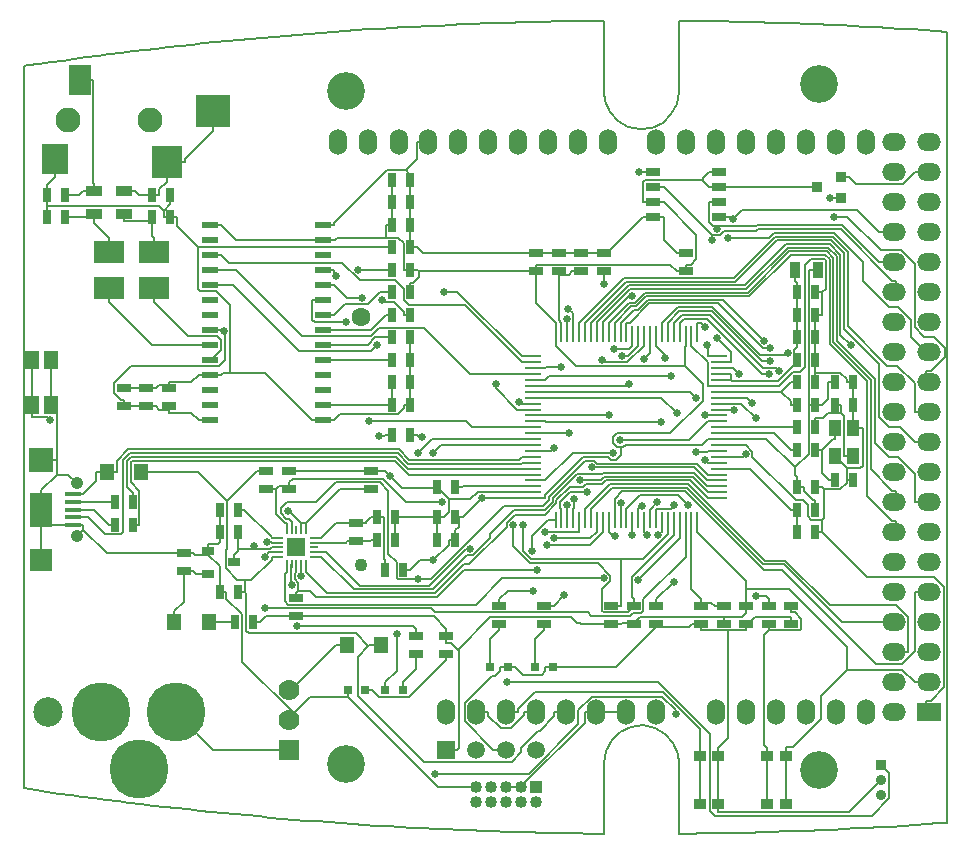
<source format=gtl>
G04 (created by PCBNEW (2013-07-07 BZR 4022)-stable) date 21/01/2015 21:24:28*
%MOIN*%
G04 Gerber Fmt 3.4, Leading zero omitted, Abs format*
%FSLAX34Y34*%
G01*
G70*
G90*
G04 APERTURE LIST*
%ADD10C,0.00590551*%
%ADD11R,0.0433X0.0551181*%
%ADD12R,0.0748X0.1142*%
%ADD13R,0.0827X0.0827*%
%ADD14R,0.0748X0.0748*%
%ADD15C,0.0413*%
%ADD16R,0.0531X0.0157*%
%ADD17R,0.0393701X0.0354331*%
%ADD18R,0.0563X0.0217*%
%ADD19R,0.055X0.035*%
%ADD20R,0.035X0.055*%
%ADD21R,0.045X0.025*%
%ADD22R,0.025X0.045*%
%ADD23R,0.04X0.04*%
%ADD24C,0.04*%
%ADD25R,0.058X0.0105*%
%ADD26R,0.0105X0.058*%
%ADD27R,0.0314X0.0314*%
%ADD28O,0.06X0.0866*%
%ADD29O,0.06X0.0865*%
%ADD30R,0.05X0.025*%
%ADD31R,0.0590551X0.0590551*%
%ADD32C,0.0590551*%
%ADD33C,0.083*%
%ADD34R,0.0866X0.1024*%
%ADD35R,0.1X0.11*%
%ADD36R,0.0748X0.1*%
%ADD37R,0.1181X0.1102*%
%ADD38C,0.1969*%
%ADD39C,0.0984*%
%ADD40C,0.063*%
%ADD41C,0.0433*%
%ADD42R,0.0787X0.06*%
%ADD43O,0.0787X0.06*%
%ADD44R,0.0512X0.0551*%
%ADD45R,0.036X0.036*%
%ADD46C,0.07*%
%ADD47R,0.07X0.07*%
%ADD48C,0.125984*%
%ADD49R,0.00787402X0.0314961*%
%ADD50R,0.0314961X0.00787402*%
%ADD51R,0.0649606X0.0649606*%
%ADD52R,0.0472441X0.0629921*%
%ADD53C,0.0354*%
%ADD54R,0.0354X0.0354*%
%ADD55R,0.0984X0.0768*%
%ADD56R,0.0394X0.0315*%
%ADD57C,0.025*%
%ADD58C,0.008*%
%ADD59C,0.006*%
G04 APERTURE END LIST*
G54D10*
X-82Y0D02*
X-82Y-12041D01*
X-82Y-12041D02*
X306Y-12098D01*
X306Y-12098D02*
X696Y-12154D01*
X696Y-12154D02*
X1086Y-12209D01*
X1086Y-12209D02*
X1476Y-12263D01*
X1476Y-12263D02*
X1866Y-12315D01*
X1866Y-12315D02*
X2256Y-12367D01*
X2256Y-12367D02*
X2647Y-12417D01*
X2647Y-12417D02*
X3037Y-12467D01*
X3037Y-12467D02*
X3428Y-12515D01*
X3428Y-12515D02*
X3819Y-12562D01*
X3819Y-12562D02*
X4210Y-12608D01*
X4210Y-12608D02*
X4601Y-12653D01*
X4601Y-12653D02*
X4992Y-12697D01*
X4992Y-12697D02*
X5384Y-12740D01*
X5384Y-12740D02*
X5775Y-12782D01*
X5775Y-12782D02*
X6167Y-12823D01*
X6167Y-12823D02*
X6559Y-12862D01*
X6559Y-12862D02*
X6950Y-12901D01*
X6950Y-12901D02*
X7342Y-12938D01*
X7342Y-12938D02*
X7734Y-12974D01*
X7734Y-12974D02*
X8126Y-13009D01*
X8126Y-13009D02*
X8519Y-13044D01*
X8519Y-13044D02*
X8911Y-13077D01*
X8911Y-13077D02*
X9303Y-13108D01*
X9303Y-13108D02*
X9696Y-13139D01*
X9696Y-13139D02*
X10088Y-13169D01*
X10088Y-13169D02*
X10481Y-13197D01*
X10481Y-13197D02*
X10874Y-13225D01*
X10874Y-13225D02*
X11267Y-13251D01*
X11267Y-13251D02*
X11660Y-13277D01*
X11660Y-13277D02*
X12053Y-13301D01*
X12053Y-13301D02*
X12446Y-13324D01*
X12446Y-13324D02*
X12839Y-13346D01*
X12839Y-13346D02*
X13232Y-13367D01*
X13232Y-13367D02*
X13625Y-13387D01*
X13625Y-13387D02*
X14018Y-13405D01*
X14018Y-13405D02*
X14412Y-13423D01*
X14412Y-13423D02*
X14805Y-13439D01*
X14805Y-13439D02*
X15198Y-13455D01*
X15198Y-13455D02*
X15592Y-13469D01*
X15592Y-13469D02*
X15985Y-13482D01*
X15985Y-13482D02*
X16379Y-13494D01*
X16379Y-13494D02*
X16772Y-13505D01*
X16772Y-13505D02*
X17166Y-13515D01*
X17166Y-13515D02*
X17559Y-13524D01*
X17559Y-13524D02*
X17953Y-13532D01*
X17953Y-13532D02*
X18347Y-13538D01*
X18347Y-13538D02*
X18740Y-13544D01*
X18740Y-13544D02*
X19134Y-13548D01*
X19134Y-13548D02*
X19255Y-13549D01*
X19255Y-13549D02*
X19255Y-11177D01*
X19255Y-11177D02*
X19319Y-10783D01*
X19319Y-10783D02*
X19505Y-10430D01*
X19505Y-10430D02*
X19792Y-10153D01*
X19792Y-10153D02*
X20152Y-9982D01*
X20152Y-9982D02*
X20548Y-9934D01*
X20548Y-9934D02*
X20939Y-10013D01*
X20939Y-10013D02*
X21285Y-10212D01*
X21285Y-10212D02*
X21550Y-10510D01*
X21550Y-10510D02*
X21707Y-10877D01*
X21707Y-10877D02*
X21744Y-11177D01*
X21744Y-11177D02*
X21744Y-13549D01*
X21744Y-13549D02*
X22137Y-13545D01*
X22137Y-13545D02*
X22531Y-13540D01*
X22531Y-13540D02*
X22925Y-13534D01*
X22925Y-13534D02*
X23318Y-13526D01*
X23318Y-13526D02*
X23712Y-13518D01*
X23712Y-13518D02*
X24105Y-13508D01*
X24105Y-13508D02*
X24499Y-13498D01*
X24499Y-13498D02*
X24893Y-13486D01*
X24893Y-13486D02*
X25286Y-13473D01*
X25286Y-13473D02*
X25679Y-13459D01*
X25679Y-13459D02*
X26073Y-13444D01*
X26073Y-13444D02*
X26466Y-13428D01*
X26466Y-13428D02*
X26860Y-13411D01*
X26860Y-13411D02*
X27253Y-13392D01*
X27253Y-13392D02*
X27646Y-13373D01*
X27646Y-13373D02*
X28039Y-13352D01*
X28039Y-13352D02*
X28432Y-13331D01*
X28432Y-13331D02*
X28825Y-13308D01*
X28825Y-13308D02*
X29218Y-13284D01*
X29218Y-13284D02*
X29611Y-13259D01*
X29611Y-13259D02*
X30004Y-13233D01*
X30004Y-13233D02*
X30397Y-13206D01*
X30397Y-13206D02*
X30696Y-13185D01*
X30696Y-13185D02*
X30696Y13185D01*
X30696Y13185D02*
X30304Y13213D01*
X30304Y13213D02*
X29911Y13239D01*
X29911Y13239D02*
X29518Y13265D01*
X29518Y13265D02*
X29125Y13290D01*
X29125Y13290D02*
X28732Y13314D01*
X28732Y13314D02*
X28339Y13336D01*
X28339Y13336D02*
X27946Y13357D01*
X27946Y13357D02*
X27553Y13378D01*
X27553Y13378D02*
X27160Y13397D01*
X27160Y13397D02*
X26766Y13415D01*
X26766Y13415D02*
X26373Y13432D01*
X26373Y13432D02*
X25980Y13448D01*
X25980Y13448D02*
X25586Y13463D01*
X25586Y13463D02*
X25193Y13476D01*
X25193Y13476D02*
X24799Y13489D01*
X24799Y13489D02*
X24406Y13500D01*
X24406Y13500D02*
X24012Y13511D01*
X24012Y13511D02*
X23618Y13520D01*
X23618Y13520D02*
X23225Y13528D01*
X23225Y13528D02*
X22831Y13535D01*
X22831Y13535D02*
X22438Y13541D01*
X22438Y13541D02*
X22044Y13546D01*
X22044Y13546D02*
X21744Y13549D01*
X21744Y13549D02*
X21744Y11177D01*
X21744Y11177D02*
X21680Y10783D01*
X21680Y10783D02*
X21494Y10430D01*
X21494Y10430D02*
X21207Y10153D01*
X21207Y10153D02*
X20847Y9982D01*
X20847Y9982D02*
X20451Y9934D01*
X20451Y9934D02*
X20060Y10013D01*
X20060Y10013D02*
X19714Y10212D01*
X19714Y10212D02*
X19449Y10510D01*
X19449Y10510D02*
X19292Y10877D01*
X19292Y10877D02*
X19255Y11177D01*
X19255Y11177D02*
X19255Y13549D01*
X19255Y13549D02*
X18862Y13545D01*
X18862Y13545D02*
X18468Y13540D01*
X18468Y13540D02*
X18074Y13534D01*
X18074Y13534D02*
X17681Y13526D01*
X17681Y13526D02*
X17287Y13518D01*
X17287Y13518D02*
X16894Y13508D01*
X16894Y13508D02*
X16500Y13498D01*
X16500Y13498D02*
X16106Y13486D01*
X16106Y13486D02*
X15713Y13473D01*
X15713Y13473D02*
X15320Y13459D01*
X15320Y13459D02*
X14926Y13444D01*
X14926Y13444D02*
X14533Y13428D01*
X14533Y13428D02*
X14139Y13411D01*
X14139Y13411D02*
X13746Y13392D01*
X13746Y13392D02*
X13353Y13373D01*
X13353Y13373D02*
X12960Y13352D01*
X12960Y13352D02*
X12567Y13331D01*
X12567Y13331D02*
X12174Y13308D01*
X12174Y13308D02*
X11781Y13284D01*
X11781Y13284D02*
X11388Y13259D01*
X11388Y13259D02*
X10995Y13233D01*
X10995Y13233D02*
X10602Y13206D01*
X10602Y13206D02*
X10209Y13178D01*
X10209Y13178D02*
X9817Y13148D01*
X9817Y13148D02*
X9424Y13118D01*
X9424Y13118D02*
X9032Y13086D01*
X9032Y13086D02*
X8640Y13054D01*
X8640Y13054D02*
X8247Y13020D01*
X8247Y13020D02*
X7855Y12985D01*
X7855Y12985D02*
X7463Y12949D01*
X7463Y12949D02*
X7071Y12912D01*
X7071Y12912D02*
X6679Y12874D01*
X6679Y12874D02*
X6288Y12835D01*
X6288Y12835D02*
X5896Y12795D01*
X5896Y12795D02*
X5504Y12753D01*
X5504Y12753D02*
X5113Y12711D01*
X5113Y12711D02*
X4722Y12667D01*
X4722Y12667D02*
X4331Y12622D01*
X4331Y12622D02*
X3940Y12577D01*
X3940Y12577D02*
X3549Y12530D01*
X3549Y12530D02*
X3158Y12482D01*
X3158Y12482D02*
X2767Y12433D01*
X2767Y12433D02*
X2377Y12382D01*
X2377Y12382D02*
X1986Y12331D01*
X1986Y12331D02*
X1596Y12279D01*
X1596Y12279D02*
X1206Y12225D01*
X1206Y12225D02*
X816Y12171D01*
X816Y12171D02*
X426Y12115D01*
X426Y12115D02*
X37Y12059D01*
X37Y12059D02*
X-82Y12041D01*
X-82Y12041D02*
X-82Y0D01*
G54D11*
X26935Y-27D03*
X27564Y-972D03*
X26935Y-972D03*
X27564Y-27D03*
G54D12*
X500Y-2750D03*
G54D13*
X500Y-1077D03*
G54D14*
X500Y-4423D03*
G54D15*
X1681Y-3636D03*
X1681Y-1864D03*
G54D16*
X1543Y-2750D03*
X1543Y-3006D03*
X1543Y-3262D03*
X1543Y-2494D03*
X1543Y-2238D03*
G54D17*
X25314Y-12557D03*
X24685Y-12557D03*
X25314Y-10942D03*
X24685Y-10942D03*
X22435Y-10942D03*
X23064Y-10942D03*
X22435Y-12557D03*
X23064Y-12557D03*
G54D18*
X6106Y6750D03*
X6106Y6250D03*
X6106Y5750D03*
X6106Y5250D03*
X6106Y4750D03*
X6106Y4250D03*
X6106Y3750D03*
X6106Y3250D03*
X6106Y2750D03*
X6106Y2250D03*
X6106Y1750D03*
X6106Y1250D03*
X6106Y750D03*
X6106Y250D03*
X9894Y250D03*
X9894Y750D03*
X9894Y1250D03*
X9894Y1750D03*
X9894Y2250D03*
X9894Y2750D03*
X9894Y3250D03*
X9894Y3750D03*
X9894Y4250D03*
X9894Y4750D03*
X9894Y5250D03*
X9894Y5750D03*
X9894Y6250D03*
X9894Y6750D03*
G54D19*
X3250Y7875D03*
X3250Y7125D03*
X2250Y7875D03*
X2250Y7125D03*
G54D20*
X25625Y5250D03*
X26375Y5250D03*
G54D21*
X18500Y5200D03*
X18500Y5800D03*
G54D22*
X25700Y1500D03*
X26300Y1500D03*
X25700Y750D03*
X26300Y750D03*
G54D21*
X22500Y-5950D03*
X22500Y-6550D03*
G54D22*
X2950Y-2500D03*
X3550Y-2500D03*
G54D21*
X23250Y-5950D03*
X23250Y-6550D03*
G54D22*
X3550Y-3250D03*
X2950Y-3250D03*
G54D21*
X25500Y-5950D03*
X25500Y-6550D03*
X24750Y-5950D03*
X24750Y-6550D03*
X15750Y-5950D03*
X15750Y-6550D03*
X17250Y-5950D03*
X17250Y-6550D03*
X14000Y-6950D03*
X14000Y-7550D03*
G54D22*
X4200Y7000D03*
X4800Y7000D03*
X25700Y0D03*
X26300Y0D03*
X25700Y-750D03*
X26300Y-750D03*
X12800Y3000D03*
X12200Y3000D03*
X12800Y2250D03*
X12200Y2250D03*
X1300Y7000D03*
X700Y7000D03*
X25700Y-2750D03*
X26300Y-2750D03*
G54D21*
X21000Y-5950D03*
X21000Y-6550D03*
G54D22*
X12800Y4500D03*
X12200Y4500D03*
G54D21*
X20250Y-6550D03*
X20250Y-5950D03*
G54D22*
X12200Y3750D03*
X12800Y3750D03*
G54D21*
X19500Y-6550D03*
X19500Y-5950D03*
G54D22*
X12800Y-250D03*
X12200Y-250D03*
X7050Y-5500D03*
X6450Y-5500D03*
X7050Y-3500D03*
X6450Y-3500D03*
G54D21*
X11500Y-2050D03*
X11500Y-1450D03*
G54D22*
X4200Y7750D03*
X4800Y7750D03*
X11700Y-3000D03*
X12300Y-3000D03*
X1300Y7750D03*
X700Y7750D03*
G54D21*
X4000Y700D03*
X4000Y1300D03*
G54D22*
X12200Y8250D03*
X12800Y8250D03*
X12200Y1500D03*
X12800Y1500D03*
G54D21*
X3250Y700D03*
X3250Y1300D03*
G54D22*
X12200Y6750D03*
X12800Y6750D03*
X12200Y750D03*
X12800Y750D03*
X12200Y7500D03*
X12800Y7500D03*
G54D21*
X4750Y700D03*
X4750Y1300D03*
X22000Y5200D03*
X22000Y5800D03*
G54D22*
X25700Y4500D03*
X26300Y4500D03*
X25700Y3750D03*
X26300Y3750D03*
X14300Y-3750D03*
X13700Y-3750D03*
X25700Y-3500D03*
X26300Y-3500D03*
X25700Y3000D03*
X26300Y3000D03*
X25700Y2250D03*
X26300Y2250D03*
G54D21*
X24000Y-5950D03*
X24000Y-6550D03*
G54D22*
X14300Y-3000D03*
X13700Y-3000D03*
G54D21*
X17000Y5200D03*
X17000Y5800D03*
G54D22*
X26950Y1500D03*
X27550Y1500D03*
X25700Y-2000D03*
X26300Y-2000D03*
X14300Y-2000D03*
X13700Y-2000D03*
G54D21*
X17750Y5200D03*
X17750Y5800D03*
G54D22*
X26950Y750D03*
X27550Y750D03*
X26950Y-1750D03*
X27550Y-1750D03*
G54D23*
X17000Y-12000D03*
G54D24*
X17000Y-12500D03*
X16500Y-12000D03*
X16500Y-12500D03*
X16000Y-12000D03*
X16000Y-12500D03*
X15500Y-12000D03*
X15500Y-12500D03*
X15000Y-12000D03*
X15000Y-12500D03*
G54D25*
X23100Y-2364D03*
G54D26*
X22364Y3100D03*
G54D25*
X16900Y2364D03*
G54D26*
X17636Y-3100D03*
G54D25*
X23100Y-2167D03*
G54D26*
X22167Y3100D03*
G54D25*
X16900Y2167D03*
G54D26*
X17833Y-3100D03*
G54D25*
X23100Y-1970D03*
G54D26*
X21970Y3100D03*
G54D25*
X16900Y1970D03*
G54D26*
X18030Y-3100D03*
G54D25*
X23100Y-1773D03*
G54D26*
X21773Y3100D03*
G54D25*
X16900Y1773D03*
G54D26*
X18227Y-3100D03*
G54D25*
X23100Y-1576D03*
G54D26*
X21576Y3100D03*
G54D25*
X16900Y1576D03*
G54D26*
X18424Y-3100D03*
G54D25*
X23100Y-1379D03*
G54D26*
X21379Y3100D03*
G54D25*
X16900Y1379D03*
G54D26*
X18621Y-3100D03*
G54D25*
X23100Y-1182D03*
G54D26*
X21182Y3100D03*
G54D25*
X16900Y1182D03*
G54D26*
X18818Y-3100D03*
G54D25*
X23100Y-985D03*
G54D26*
X20985Y3100D03*
G54D25*
X16900Y985D03*
G54D26*
X19015Y-3100D03*
G54D25*
X23100Y-788D03*
G54D26*
X20788Y3100D03*
G54D25*
X16900Y788D03*
G54D26*
X19212Y-3100D03*
G54D25*
X23100Y-591D03*
G54D26*
X20591Y3100D03*
G54D25*
X16900Y591D03*
G54D26*
X19409Y-3100D03*
G54D25*
X23100Y-394D03*
G54D26*
X20394Y3100D03*
G54D25*
X16900Y394D03*
G54D26*
X19606Y-3100D03*
G54D25*
X23100Y-197D03*
G54D26*
X20197Y3100D03*
G54D25*
X16900Y197D03*
G54D26*
X19803Y-3100D03*
G54D25*
X23100Y0D03*
G54D26*
X20000Y3100D03*
G54D25*
X16900Y0D03*
G54D26*
X20000Y-3100D03*
G54D25*
X23100Y197D03*
G54D26*
X19803Y3100D03*
G54D25*
X16900Y-197D03*
G54D26*
X20197Y-3100D03*
G54D25*
X23100Y394D03*
G54D26*
X19606Y3100D03*
G54D25*
X16900Y-394D03*
G54D26*
X20394Y-3100D03*
G54D25*
X23100Y591D03*
G54D26*
X19409Y3100D03*
G54D25*
X16900Y-591D03*
G54D26*
X20591Y-3100D03*
G54D25*
X23100Y788D03*
G54D26*
X19212Y3100D03*
G54D25*
X16900Y-788D03*
G54D26*
X20788Y-3100D03*
G54D25*
X23100Y985D03*
G54D26*
X19015Y3100D03*
G54D25*
X16900Y-985D03*
G54D26*
X20985Y-3100D03*
G54D25*
X23100Y1182D03*
G54D26*
X18818Y3100D03*
G54D25*
X16900Y-1182D03*
G54D26*
X21182Y-3100D03*
G54D25*
X23100Y1379D03*
G54D26*
X18621Y3100D03*
G54D25*
X16900Y-1379D03*
G54D26*
X21379Y-3100D03*
G54D25*
X23100Y1576D03*
G54D26*
X18424Y3100D03*
G54D25*
X16900Y-1576D03*
G54D26*
X21576Y-3100D03*
G54D25*
X23100Y1773D03*
G54D26*
X18227Y3100D03*
G54D25*
X16900Y-1773D03*
G54D26*
X21773Y-3100D03*
G54D25*
X23100Y1970D03*
G54D26*
X18030Y3100D03*
G54D25*
X16900Y-1970D03*
G54D26*
X21970Y-3100D03*
G54D25*
X23100Y2167D03*
G54D26*
X17833Y3100D03*
G54D25*
X16900Y-2167D03*
G54D26*
X22167Y-3100D03*
G54D25*
X23100Y2364D03*
G54D26*
X17636Y3100D03*
G54D25*
X16900Y-2364D03*
G54D26*
X22364Y-3100D03*
G54D27*
X16955Y-8000D03*
X17545Y-8000D03*
X11295Y-8750D03*
X10705Y-8750D03*
X15455Y-8000D03*
X16045Y-8000D03*
G54D28*
X14000Y-9500D03*
X15000Y-9500D03*
X16000Y-9500D03*
X17000Y-9500D03*
X18000Y-9500D03*
X19000Y-9500D03*
X20000Y-9500D03*
X21000Y-9500D03*
X23000Y-9500D03*
X24000Y-9500D03*
X25000Y-9500D03*
X26000Y-9500D03*
X27000Y-9500D03*
X28000Y-9500D03*
G54D29*
X28000Y9500D03*
X27000Y9500D03*
X26000Y9500D03*
X25000Y9500D03*
X24000Y9500D03*
X23000Y9500D03*
X22000Y9500D03*
X21000Y9500D03*
X19400Y9500D03*
X18400Y9500D03*
X17400Y9500D03*
X16400Y9500D03*
X15400Y9500D03*
X14400Y9500D03*
X13400Y9500D03*
X12401Y9500D03*
X11400Y9500D03*
X10400Y9500D03*
G54D30*
X20900Y8500D03*
X20900Y8000D03*
X20900Y7500D03*
X20900Y7000D03*
X23100Y7000D03*
X23100Y7500D03*
X23100Y8000D03*
X23100Y8500D03*
G54D22*
X11950Y-4750D03*
X12550Y-4750D03*
X11700Y-3750D03*
X12300Y-3750D03*
G54D21*
X11000Y-3200D03*
X11000Y-3800D03*
G54D22*
X7050Y-2750D03*
X6450Y-2750D03*
G54D21*
X8750Y-2050D03*
X8750Y-1450D03*
X8000Y-1450D03*
X8000Y-2050D03*
G54D31*
X14000Y-10750D03*
G54D32*
X15000Y-10750D03*
X16000Y-10750D03*
X17000Y-10750D03*
G54D33*
X1372Y10250D03*
X4128Y10250D03*
G54D34*
X939Y8931D03*
G54D35*
X4679Y8833D03*
G54D36*
X1769Y11563D03*
G54D37*
X6215Y10526D03*
G54D38*
X2500Y-9500D03*
X4980Y-9500D03*
X3760Y-11390D03*
G54D39*
X728Y-9500D03*
G54D40*
X11138Y3681D03*
G54D41*
X11138Y-4587D03*
G54D42*
X30098Y-9500D03*
G54D43*
X28902Y-9500D03*
X30098Y-8500D03*
X28902Y-8500D03*
X30098Y-7500D03*
X28902Y-7500D03*
X30098Y-6500D03*
X28902Y-6500D03*
X30098Y-5500D03*
X28902Y-5500D03*
X30098Y-4500D03*
X28902Y-4500D03*
X30098Y-3500D03*
X28902Y-3500D03*
X30098Y-2500D03*
X28902Y-2500D03*
X30098Y-1500D03*
X28902Y-1500D03*
X30098Y-500D03*
X28902Y-500D03*
X30098Y500D03*
X28902Y500D03*
X30098Y1500D03*
X28902Y1500D03*
X30098Y2500D03*
X28902Y2500D03*
X30098Y3500D03*
X28902Y3500D03*
X30098Y4500D03*
X28902Y4500D03*
X30098Y5500D03*
X28902Y5500D03*
X30098Y6500D03*
X28902Y6500D03*
X30098Y7500D03*
X28902Y7500D03*
X30098Y8500D03*
X28902Y8500D03*
X30098Y9500D03*
X28902Y9500D03*
G54D22*
X12800Y5250D03*
X12200Y5250D03*
X12800Y6000D03*
X12200Y6000D03*
G54D44*
X3821Y-1500D03*
X2679Y-1500D03*
X11821Y-7250D03*
X10679Y-7250D03*
G54D45*
X27150Y8350D03*
X27150Y7650D03*
X26350Y8000D03*
G54D46*
X8750Y-9750D03*
X8750Y-8750D03*
G54D47*
X8750Y-10750D03*
G54D48*
X10657Y11212D03*
X10657Y-11212D03*
X26405Y11440D03*
X26405Y-11440D03*
G54D49*
X8685Y-4570D03*
X8842Y-4570D03*
X9000Y-4570D03*
X9157Y-4570D03*
G54D50*
X9570Y-4314D03*
X9570Y-4157D03*
X9570Y-4000D03*
X9570Y-3842D03*
X9570Y-3685D03*
G54D51*
X9000Y-4000D03*
G54D49*
X9314Y-3429D03*
X9157Y-3429D03*
X9000Y-3429D03*
X8842Y-3429D03*
X8685Y-3429D03*
G54D50*
X8429Y-3685D03*
X8429Y-3842D03*
X8429Y-4000D03*
X8429Y-4157D03*
X8429Y-4314D03*
G54D49*
X9314Y-4570D03*
G54D52*
X814Y2248D03*
X814Y751D03*
X185Y2248D03*
X185Y751D03*
G54D53*
X28500Y-11750D03*
G54D54*
X28500Y-11258D03*
G54D53*
X28500Y-12242D03*
G54D21*
X9000Y-6300D03*
X9000Y-5700D03*
X13000Y-6950D03*
X13000Y-7550D03*
G54D27*
X12545Y-8750D03*
X11955Y-8750D03*
G54D55*
X2750Y4650D03*
X2750Y5850D03*
X4250Y4650D03*
X4250Y5850D03*
G54D56*
X6933Y-4500D03*
X6067Y-4875D03*
X6067Y-4125D03*
G54D22*
X6950Y-6500D03*
X7550Y-6500D03*
G54D21*
X5250Y-4800D03*
X5250Y-4200D03*
G54D44*
X6071Y-6500D03*
X4929Y-6500D03*
G54D21*
X19250Y5800D03*
X19250Y5200D03*
G54D57*
X19240Y4780D03*
X19570Y2610D03*
X16002Y-8489D03*
X13853Y-2483D03*
X21635Y-9565D03*
X13621Y-11544D03*
X8019Y-3837D03*
X9011Y-6629D03*
X8835Y-5273D03*
X7593Y-3953D03*
X8705Y-2779D03*
X16553Y-3267D03*
X11177Y4319D03*
X16231Y-3273D03*
X10636Y3493D03*
X11054Y5250D03*
X6575Y3213D03*
X21040Y-3581D03*
X21587Y-5146D03*
X23735Y1778D03*
X24302Y-5627D03*
X14782Y-4049D03*
X18456Y-1767D03*
X19405Y394D03*
X21154Y164D03*
X27468Y2748D03*
X26923Y7015D03*
X21477Y1720D03*
X23397Y6313D03*
X20095Y1439D03*
X22310Y985D03*
X24774Y2626D03*
X24595Y2886D03*
X20189Y4373D03*
X11750Y-306D03*
X11863Y4233D03*
X12112Y-1626D03*
X19238Y-5038D03*
X20384Y-5075D03*
X11405Y198D03*
X10333Y5033D03*
X13912Y4518D03*
X11669Y2745D03*
X16858Y-4121D03*
X19565Y-860D03*
X22055Y-2593D03*
X19624Y-3616D03*
X21671Y477D03*
X22620Y-1082D03*
X19198Y2254D03*
X16886Y-5446D03*
X19838Y2377D03*
X17933Y-5601D03*
X26784Y7650D03*
X23011Y2979D03*
X785Y250D03*
X9163Y-4972D03*
X19768Y-427D03*
X22679Y2727D03*
X22606Y3353D03*
X17577Y-681D03*
X18064Y3956D03*
X18008Y3621D03*
X17822Y2013D03*
X17018Y-4746D03*
X18834Y-1330D03*
X22622Y416D03*
X23579Y572D03*
X24313Y301D03*
X24193Y810D03*
X21282Y2308D03*
X20585Y2270D03*
X18069Y-197D03*
X16417Y842D03*
X15643Y1433D03*
X19823Y-2509D03*
X17296Y-3480D03*
X17581Y-3700D03*
X13043Y-863D03*
X13554Y-863D03*
X18018Y-2599D03*
X18249Y-2388D03*
X17336Y-3920D03*
X22321Y-817D03*
X24798Y2196D03*
X25372Y2490D03*
X25094Y1883D03*
X24741Y1765D03*
X22838Y6249D03*
X20522Y-2624D03*
X23557Y6937D03*
X20691Y-3580D03*
X23001Y6617D03*
X20197Y-3577D03*
X20421Y8500D03*
X18671Y-2165D03*
X7941Y-4309D03*
X7941Y-6035D03*
X23980Y-897D03*
X21588Y-2601D03*
X21029Y-2500D03*
X13565Y-4417D03*
X13182Y-325D03*
X15186Y-2365D03*
X13065Y-5051D03*
X12341Y-6885D03*
G54D58*
X6230Y-10750D02*
X4980Y-9500D01*
X8750Y-10750D02*
X6230Y-10750D01*
X11820Y-7250D02*
X11473Y-7250D01*
X8429Y-4314D02*
X8171Y-4314D01*
X7050Y-5500D02*
X7275Y-5500D01*
X7319Y-5544D02*
X7275Y-5500D01*
X7319Y-6775D02*
X7319Y-5544D01*
X7418Y-6874D02*
X7319Y-6775D01*
X10985Y-6874D02*
X7418Y-6874D01*
X11400Y-7288D02*
X10985Y-6874D01*
X11438Y-7250D02*
X11400Y-7288D01*
X11473Y-7250D02*
X11438Y-7250D01*
X17599Y-9632D02*
X17599Y-9500D01*
X17122Y-10108D02*
X17599Y-9632D01*
X17067Y-10108D02*
X17122Y-10108D01*
X16500Y-10676D02*
X17067Y-10108D01*
X16500Y-10817D02*
X16500Y-10676D01*
X16171Y-11145D02*
X16500Y-10817D01*
X13234Y-11145D02*
X16171Y-11145D01*
X11037Y-8948D02*
X13234Y-11145D01*
X11037Y-7651D02*
X11037Y-8948D01*
X11400Y-7288D02*
X11037Y-7651D01*
X18000Y-9500D02*
X17599Y-9500D01*
X8000Y-1450D02*
X7674Y-1450D01*
X7275Y-5098D02*
X7275Y-5500D01*
X7489Y-5098D02*
X7275Y-5098D01*
X8171Y-4416D02*
X7489Y-5098D01*
X8171Y-4314D02*
X8171Y-4416D01*
X3820Y-1500D02*
X4177Y-1500D01*
X5725Y-1500D02*
X4177Y-1500D01*
X6675Y-2449D02*
X5725Y-1500D01*
X6675Y-4046D02*
X6675Y-2449D01*
X6635Y-4085D02*
X6675Y-4046D01*
X6635Y-4703D02*
X6635Y-4085D01*
X7030Y-5098D02*
X6635Y-4703D01*
X7275Y-5098D02*
X7030Y-5098D01*
X6675Y-2449D02*
X7674Y-1450D01*
G54D59*
X20197Y3100D02*
X20197Y2717D01*
X19250Y4790D02*
X19250Y5200D01*
X19240Y4780D02*
X19250Y4790D01*
X20090Y2610D02*
X19570Y2610D01*
X20197Y2717D02*
X20090Y2610D01*
X25700Y-3500D02*
X25700Y-2750D01*
X24113Y-1379D02*
X25484Y-2750D01*
X23100Y-1379D02*
X24113Y-1379D01*
X25700Y-2750D02*
X25484Y-2750D01*
X25625Y5250D02*
X25625Y4884D01*
X25694Y4815D02*
X25625Y4884D01*
X25700Y4815D02*
X25694Y4815D01*
X25700Y4500D02*
X25700Y4815D01*
X25700Y3000D02*
X25700Y3750D01*
X25700Y3750D02*
X25700Y4500D01*
X25700Y2250D02*
X25592Y2250D01*
X25592Y2577D02*
X25700Y2684D01*
X25592Y2250D02*
X25592Y2577D01*
X25700Y3000D02*
X25700Y2684D01*
X23100Y1772D02*
X23480Y1772D01*
X23100Y1575D02*
X23480Y1575D01*
X23480Y1772D02*
X23480Y1575D01*
X25592Y2077D02*
X25592Y2250D01*
X25066Y1550D02*
X25592Y2077D01*
X23505Y1550D02*
X25066Y1550D01*
X23480Y1575D02*
X23505Y1550D01*
X29223Y8109D02*
X29614Y8500D01*
X27660Y8109D02*
X29223Y8109D01*
X27420Y8350D02*
X27660Y8109D01*
X27150Y8350D02*
X27420Y8350D01*
X30000Y8500D02*
X29614Y8500D01*
X12665Y-2483D02*
X13853Y-2483D01*
X11895Y-1713D02*
X12665Y-2483D01*
X8871Y-1713D02*
X11895Y-1713D01*
X8750Y-1834D02*
X8871Y-1713D01*
X21034Y-8489D02*
X16002Y-8489D01*
X22777Y-10232D02*
X21034Y-8489D01*
X22777Y-12795D02*
X22777Y-10232D01*
X22937Y-12955D02*
X22777Y-12795D01*
X28169Y-12955D02*
X22937Y-12955D01*
X28767Y-12357D02*
X28169Y-12955D01*
X28767Y-11525D02*
X28767Y-12357D01*
X28500Y-11257D02*
X28767Y-11525D01*
X8750Y-2050D02*
X8750Y-1942D01*
X8750Y-1942D02*
X8750Y-1834D01*
X8422Y-1942D02*
X8315Y-2050D01*
X8750Y-1942D02*
X8422Y-1942D01*
X8000Y-2050D02*
X8315Y-2050D01*
X8315Y-2876D02*
X8315Y-2050D01*
X8620Y-3181D02*
X8315Y-2876D01*
X8685Y-3181D02*
X8620Y-3181D01*
X8685Y-3429D02*
X8685Y-3181D01*
X8176Y-3837D02*
X8181Y-3842D01*
X8019Y-3837D02*
X8176Y-3837D01*
X8429Y-3842D02*
X8181Y-3842D01*
X21635Y-9429D02*
X21635Y-9565D01*
X21181Y-8975D02*
X21635Y-9429D01*
X18839Y-8975D02*
X21181Y-8975D01*
X18390Y-9425D02*
X18839Y-8975D01*
X18390Y-9905D02*
X18390Y-9425D01*
X16750Y-11544D02*
X18390Y-9905D01*
X13621Y-11544D02*
X16750Y-11544D01*
X9314Y-3429D02*
X9314Y-3181D01*
X9157Y-3429D02*
X9157Y-3181D01*
X6932Y-4500D02*
X6932Y-4252D01*
X13000Y-6950D02*
X13000Y-6734D01*
X8817Y-4595D02*
X8842Y-4570D01*
X8817Y-5254D02*
X8817Y-4595D01*
X8835Y-5273D02*
X8817Y-5254D01*
X12894Y-6629D02*
X9011Y-6629D01*
X13000Y-6734D02*
X12894Y-6629D01*
X8429Y-4000D02*
X8181Y-4000D01*
X7050Y-4135D02*
X7050Y-4053D01*
X6932Y-4252D02*
X7050Y-4135D01*
X7050Y-4053D02*
X7050Y-3500D01*
X7050Y-4053D02*
X7593Y-4053D01*
X9157Y-3181D02*
X9314Y-3181D01*
X8755Y-2779D02*
X8705Y-2779D01*
X9157Y-3181D02*
X8755Y-2779D01*
X10446Y-2050D02*
X11500Y-2050D01*
X9314Y-3181D02*
X10446Y-2050D01*
X8128Y-4053D02*
X8181Y-4000D01*
X7593Y-4053D02*
X8128Y-4053D01*
X7593Y-4053D02*
X7593Y-3953D01*
X939Y8930D02*
X939Y8328D01*
X3250Y1300D02*
X4000Y1300D01*
X5499Y1515D02*
X5734Y1750D01*
X4750Y1515D02*
X5499Y1515D01*
X700Y8089D02*
X700Y7750D01*
X939Y8328D02*
X700Y8089D01*
X4750Y1300D02*
X4750Y1407D01*
X4750Y1407D02*
X4750Y1515D01*
X4422Y1407D02*
X4315Y1300D01*
X4750Y1407D02*
X4422Y1407D01*
X4000Y1300D02*
X4315Y1300D01*
X9894Y250D02*
X10265Y250D01*
X12800Y1500D02*
X12800Y750D01*
X12800Y750D02*
X12584Y750D01*
X12800Y1500D02*
X12800Y2250D01*
X12800Y2250D02*
X12800Y3000D01*
X10441Y426D02*
X10265Y250D01*
X12377Y426D02*
X10441Y426D01*
X12584Y634D02*
X12377Y426D01*
X12584Y750D02*
X12584Y634D01*
X5950Y1750D02*
X5734Y1750D01*
X5950Y1750D02*
X6105Y1750D01*
X700Y7750D02*
X700Y7390D01*
X700Y7390D02*
X700Y7000D01*
X4800Y7750D02*
X4800Y7434D01*
X6105Y1750D02*
X6477Y1750D01*
X9894Y250D02*
X9522Y250D01*
X4800Y7000D02*
X5015Y7000D01*
X5015Y6716D02*
X5731Y6000D01*
X5015Y7000D02*
X5015Y6716D01*
X5731Y6000D02*
X12200Y6000D01*
X4582Y7217D02*
X4800Y7434D01*
X4584Y7215D02*
X4584Y7000D01*
X4582Y7217D02*
X4584Y7215D01*
X4800Y7000D02*
X4584Y7000D01*
X4409Y7390D02*
X4582Y7217D01*
X700Y7390D02*
X4409Y7390D01*
X5731Y4599D02*
X5731Y6000D01*
X5779Y4551D02*
X5731Y4599D01*
X6325Y4551D02*
X5779Y4551D01*
X6794Y4083D02*
X6325Y4551D01*
X6794Y1819D02*
X6794Y4083D01*
X6546Y1819D02*
X6794Y1819D01*
X6477Y1750D02*
X6546Y1819D01*
X7953Y1819D02*
X9522Y250D01*
X6794Y1819D02*
X7953Y1819D01*
X21379Y-3100D02*
X21379Y-3480D01*
X19500Y-5950D02*
X19815Y-5950D01*
X19815Y-5950D02*
X19815Y-4381D01*
X10695Y4319D02*
X10265Y4750D01*
X11177Y4319D02*
X10695Y4319D01*
X9894Y4750D02*
X10265Y4750D01*
X20546Y-4381D02*
X19815Y-4381D01*
X21379Y-3549D02*
X20546Y-4381D01*
X21379Y-3480D02*
X21379Y-3549D01*
X16814Y-4381D02*
X19815Y-4381D01*
X16553Y-4120D02*
X16814Y-4381D01*
X16553Y-3267D02*
X16553Y-4120D01*
X9522Y3592D02*
X9522Y4250D01*
X9621Y3493D02*
X9522Y3592D01*
X10636Y3493D02*
X9621Y3493D01*
X9894Y4250D02*
X9522Y4250D01*
X20250Y-5950D02*
X20250Y-5734D01*
X16231Y-3968D02*
X16231Y-3273D01*
X16784Y-4521D02*
X16231Y-3968D01*
X19038Y-4521D02*
X16784Y-4521D01*
X19461Y-4945D02*
X19038Y-4521D01*
X19461Y-5118D02*
X19461Y-4945D01*
X19184Y-5395D02*
X19461Y-5118D01*
X19184Y-6112D02*
X19184Y-5395D01*
X19237Y-6165D02*
X19184Y-6112D01*
X20034Y-6165D02*
X19237Y-6165D01*
X20250Y-5950D02*
X20034Y-6165D01*
X20169Y-5654D02*
X20250Y-5734D01*
X20169Y-4986D02*
X20169Y-5654D01*
X21575Y-3579D02*
X20169Y-4986D01*
X21575Y-3100D02*
X21575Y-3579D01*
X5499Y484D02*
X5734Y250D01*
X4750Y484D02*
X5499Y484D01*
X6105Y250D02*
X5734Y250D01*
X4750Y700D02*
X4750Y592D01*
X4750Y592D02*
X4750Y484D01*
X4422Y592D02*
X4315Y700D01*
X4750Y592D02*
X4422Y592D01*
X4000Y700D02*
X4315Y700D01*
X4000Y700D02*
X3250Y700D01*
X3250Y700D02*
X3250Y915D01*
X6105Y3250D02*
X6477Y3250D01*
X12200Y5250D02*
X11054Y5250D01*
X6513Y3213D02*
X6575Y3213D01*
X6477Y3250D02*
X6513Y3213D01*
X6617Y3172D02*
X6575Y3213D01*
X6617Y2230D02*
X6617Y3172D01*
X6425Y2039D02*
X6617Y2230D01*
X3487Y2039D02*
X6425Y2039D01*
X2916Y1467D02*
X3487Y2039D01*
X2916Y1141D02*
X2916Y1467D01*
X3142Y915D02*
X2916Y1141D01*
X3250Y915D02*
X3142Y915D01*
X21000Y-5950D02*
X21000Y-5734D01*
X21141Y-3480D02*
X21040Y-3581D01*
X21182Y-3480D02*
X21141Y-3480D01*
X21182Y-3100D02*
X21182Y-3480D01*
X21000Y-5734D02*
X21587Y-5146D01*
X23544Y1970D02*
X23735Y1778D01*
X23100Y1970D02*
X23544Y1970D01*
X24642Y-5627D02*
X24750Y-5734D01*
X24302Y-5627D02*
X24642Y-5627D01*
X24750Y-5950D02*
X24750Y-5734D01*
X9992Y-4157D02*
X9570Y-4157D01*
X11114Y-5279D02*
X9992Y-4157D01*
X13423Y-5279D02*
X11114Y-5279D01*
X14653Y-4049D02*
X13423Y-5279D01*
X14782Y-4049D02*
X14653Y-4049D01*
X23100Y-2167D02*
X22719Y-2167D01*
X19147Y-1767D02*
X18456Y-1767D01*
X19265Y-1648D02*
X19147Y-1767D01*
X22201Y-1648D02*
X19265Y-1648D01*
X22719Y-2167D02*
X22201Y-1648D01*
X16900Y394D02*
X19405Y394D01*
X16900Y197D02*
X17280Y197D01*
X21154Y164D02*
X21154Y164D01*
X17312Y164D02*
X21154Y164D01*
X17280Y197D02*
X17312Y164D01*
X18817Y3100D02*
X18817Y3480D01*
X20069Y4731D02*
X18817Y3480D01*
X23949Y4731D02*
X20069Y4731D01*
X25330Y6112D02*
X23949Y4731D01*
X26772Y6112D02*
X25330Y6112D01*
X27133Y5751D02*
X26772Y6112D01*
X27133Y3083D02*
X27133Y5751D01*
X27468Y2748D02*
X27133Y3083D01*
X30000Y-500D02*
X29614Y-500D01*
X18620Y3100D02*
X18620Y3480D01*
X19992Y4851D02*
X18620Y3480D01*
X23630Y4851D02*
X19992Y4851D01*
X25011Y6232D02*
X23630Y4851D01*
X26822Y6232D02*
X25011Y6232D01*
X27253Y5801D02*
X26822Y6232D01*
X27253Y3267D02*
X27253Y5801D01*
X28412Y2108D02*
X27253Y3267D01*
X28412Y338D02*
X28412Y2108D01*
X28751Y0D02*
X28412Y338D01*
X29114Y0D02*
X28751Y0D01*
X29614Y-500D02*
X29114Y0D01*
X30000Y500D02*
X29614Y500D01*
X18424Y3100D02*
X18424Y3480D01*
X19915Y4971D02*
X18424Y3480D01*
X23581Y4971D02*
X19915Y4971D01*
X24962Y6352D02*
X23581Y4971D01*
X26872Y6352D02*
X24962Y6352D01*
X27373Y5851D02*
X26872Y6352D01*
X27373Y3363D02*
X27373Y5851D01*
X28683Y2053D02*
X27373Y3363D01*
X29019Y2053D02*
X28683Y2053D01*
X29614Y1459D02*
X29019Y2053D01*
X29614Y500D02*
X29614Y1459D01*
X17424Y1720D02*
X17280Y1575D01*
X21477Y1720D02*
X17424Y1720D01*
X16900Y1575D02*
X17280Y1575D01*
X30000Y1500D02*
X30000Y1890D01*
X27354Y7015D02*
X26923Y7015D01*
X28470Y5899D02*
X27354Y7015D01*
X29156Y5899D02*
X28470Y5899D01*
X29602Y5453D02*
X29156Y5899D01*
X29602Y3326D02*
X29602Y5453D01*
X29929Y3000D02*
X29602Y3326D01*
X30256Y3000D02*
X29929Y3000D01*
X30602Y2653D02*
X30256Y3000D01*
X30602Y2346D02*
X30602Y2653D01*
X30146Y1890D02*
X30602Y2346D01*
X30000Y1890D02*
X30146Y1890D01*
X24752Y6313D02*
X23397Y6313D01*
X24912Y6473D02*
X24752Y6313D01*
X26922Y6473D02*
X24912Y6473D01*
X27871Y5524D02*
X26922Y6473D01*
X27871Y4868D02*
X27871Y5524D01*
X28740Y4000D02*
X27871Y4868D01*
X29061Y4000D02*
X28740Y4000D01*
X29476Y3585D02*
X29061Y4000D01*
X29476Y3023D02*
X29476Y3585D01*
X30000Y2500D02*
X29476Y3023D01*
X20035Y1379D02*
X16900Y1379D01*
X20095Y1439D02*
X20035Y1379D01*
X22114Y1182D02*
X22310Y985D01*
X16900Y1182D02*
X22114Y1182D01*
X29000Y-7500D02*
X29385Y-7500D01*
X18620Y-3100D02*
X18620Y-2719D01*
X19451Y-1888D02*
X18620Y-2719D01*
X22066Y-1888D02*
X19451Y-1888D01*
X24626Y-4448D02*
X22066Y-1888D01*
X25288Y-4448D02*
X24626Y-4448D01*
X26781Y-5941D02*
X25288Y-4448D01*
X28994Y-5941D02*
X26781Y-5941D01*
X29385Y-6332D02*
X28994Y-5941D01*
X29385Y-7500D02*
X29385Y-6332D01*
X29000Y-6500D02*
X28418Y-6500D01*
X18817Y-3100D02*
X18817Y-2719D01*
X19526Y-2011D02*
X18817Y-2719D01*
X22006Y-2011D02*
X19526Y-2011D01*
X24563Y-4568D02*
X22006Y-2011D01*
X25239Y-4568D02*
X24563Y-4568D01*
X27170Y-6500D02*
X25239Y-4568D01*
X28418Y-6500D02*
X27170Y-6500D01*
X20000Y3100D02*
X20000Y3480D01*
X24551Y2626D02*
X24774Y2626D01*
X23047Y4130D02*
X24551Y2626D01*
X20761Y4130D02*
X23047Y4130D01*
X20110Y3480D02*
X20761Y4130D01*
X20000Y3480D02*
X20110Y3480D01*
X19802Y3100D02*
X19802Y3480D01*
X23231Y4251D02*
X24595Y2886D01*
X20711Y4251D02*
X23231Y4251D01*
X20378Y3918D02*
X20711Y4251D01*
X20241Y3918D02*
X20378Y3918D01*
X19802Y3480D02*
X20241Y3918D01*
X29000Y-3500D02*
X29000Y-3109D01*
X19605Y3100D02*
X19605Y3480D01*
X28853Y-3109D02*
X29000Y-3109D01*
X28026Y-2282D02*
X28853Y-3109D01*
X28026Y1533D02*
X28026Y-2282D01*
X26773Y2786D02*
X28026Y1533D01*
X26773Y5602D02*
X26773Y2786D01*
X26623Y5752D02*
X26773Y5602D01*
X25480Y5752D02*
X26623Y5752D01*
X24099Y4371D02*
X25480Y5752D01*
X20661Y4371D02*
X24099Y4371D01*
X20328Y4038D02*
X20661Y4371D01*
X20164Y4038D02*
X20328Y4038D01*
X19605Y3480D02*
X20164Y4038D01*
X29000Y-2500D02*
X29000Y-2109D01*
X19409Y3100D02*
X19409Y3480D01*
X28853Y-2109D02*
X29000Y-2109D01*
X28146Y-1402D02*
X28853Y-2109D01*
X28146Y1583D02*
X28146Y-1402D01*
X26893Y2836D02*
X28146Y1583D01*
X26893Y5652D02*
X26893Y2836D01*
X26672Y5872D02*
X26893Y5652D01*
X25430Y5872D02*
X26672Y5872D01*
X24049Y4491D02*
X25430Y5872D01*
X20611Y4491D02*
X24049Y4491D01*
X20278Y4158D02*
X20611Y4491D01*
X20087Y4158D02*
X20278Y4158D01*
X19409Y3480D02*
X20087Y4158D01*
X19212Y3507D02*
X19212Y3100D01*
X20078Y4373D02*
X19212Y3507D01*
X20189Y4373D02*
X20078Y4373D01*
X30000Y-2500D02*
X29614Y-2500D01*
X19015Y3100D02*
X19015Y3480D01*
X19015Y3503D02*
X19015Y3480D01*
X20123Y4611D02*
X19015Y3503D01*
X23999Y4611D02*
X20123Y4611D01*
X25380Y5992D02*
X23999Y4611D01*
X26722Y5992D02*
X25380Y5992D01*
X27013Y5701D02*
X26722Y5992D01*
X27013Y2885D02*
X27013Y5701D01*
X28275Y1624D02*
X27013Y2885D01*
X28275Y-522D02*
X28275Y1624D01*
X28752Y-1000D02*
X28275Y-522D01*
X29063Y-1000D02*
X28752Y-1000D01*
X29614Y-1550D02*
X29063Y-1000D01*
X29614Y-2500D02*
X29614Y-1550D01*
X16045Y-8000D02*
X16292Y-8000D01*
X17297Y-8123D02*
X17297Y-8000D01*
X17174Y-8247D02*
X17297Y-8123D01*
X16539Y-8247D02*
X17174Y-8247D01*
X16292Y-8000D02*
X16539Y-8247D01*
X26300Y-2000D02*
X26515Y-2000D01*
X27550Y-1750D02*
X27334Y-1750D01*
X27550Y750D02*
X27550Y1500D01*
X27550Y750D02*
X27550Y434D01*
X26515Y-2000D02*
X26580Y-2065D01*
X12800Y7500D02*
X12800Y8250D01*
X27550Y1500D02*
X27334Y1500D01*
X27334Y1607D02*
X27334Y1500D01*
X27127Y1815D02*
X27334Y1607D01*
X26300Y1815D02*
X27127Y1815D01*
X26300Y1815D02*
X26300Y1500D01*
X12800Y8250D02*
X12800Y8407D01*
X9894Y6750D02*
X10265Y6750D01*
X6450Y-3500D02*
X6450Y-2750D01*
X16045Y-8000D02*
X15797Y-8000D01*
X26300Y1815D02*
X26300Y2250D01*
X26300Y3000D02*
X26300Y2250D01*
X15565Y-10750D02*
X16000Y-10750D01*
X14609Y-9794D02*
X15565Y-10750D01*
X14609Y-9190D02*
X14609Y-9794D01*
X15508Y-8291D02*
X14609Y-9190D01*
X15630Y-8291D02*
X15508Y-8291D01*
X15797Y-8123D02*
X15630Y-8291D01*
X15797Y-8000D02*
X15797Y-8123D01*
X12800Y7500D02*
X12800Y6750D01*
X12800Y6750D02*
X12800Y6000D01*
X13215Y5800D02*
X13015Y6000D01*
X17000Y5800D02*
X13215Y5800D01*
X12800Y6000D02*
X13015Y6000D01*
X13009Y8935D02*
X12640Y8566D01*
X13009Y9500D02*
X13009Y8935D01*
X12800Y8407D02*
X12640Y8566D01*
X10265Y6799D02*
X10265Y6750D01*
X12032Y8566D02*
X10265Y6799D01*
X12640Y8566D02*
X12032Y8566D01*
X13400Y9500D02*
X13009Y9500D01*
X26300Y-3500D02*
X26515Y-3500D01*
X500Y-2750D02*
X500Y-2088D01*
X12200Y-250D02*
X11984Y-250D01*
X11928Y-306D02*
X11984Y-250D01*
X11750Y-306D02*
X11928Y-306D01*
X13700Y-3000D02*
X13915Y-3000D01*
X13749Y-2055D02*
X14082Y-2388D01*
X13700Y-2055D02*
X13749Y-2055D01*
X14082Y-2832D02*
X13915Y-3000D01*
X14082Y-2388D02*
X14082Y-2832D01*
X14799Y-2388D02*
X14082Y-2388D01*
X15038Y-2150D02*
X14799Y-2388D01*
X16502Y-2150D02*
X15038Y-2150D01*
X16519Y-2167D02*
X16502Y-2150D01*
X16900Y-2167D02*
X16519Y-2167D01*
X13707Y-12000D02*
X10705Y-8997D01*
X15000Y-12000D02*
X13707Y-12000D01*
X10705Y-8750D02*
X10705Y-8997D01*
X11500Y-1450D02*
X8750Y-1450D01*
X12800Y3750D02*
X12584Y3750D01*
X6450Y-3500D02*
X6450Y-3815D01*
X12584Y3857D02*
X12584Y3750D01*
X12257Y4184D02*
X12584Y3857D01*
X11912Y4184D02*
X12257Y4184D01*
X11863Y4233D02*
X11912Y4184D01*
X27334Y-1857D02*
X27334Y-1750D01*
X27127Y-2065D02*
X27334Y-1857D01*
X26580Y-2065D02*
X27127Y-2065D01*
X27334Y-1750D02*
X27334Y-1372D01*
X27334Y-1372D02*
X26935Y-972D01*
X27564Y419D02*
X27564Y-27D01*
X27550Y434D02*
X27564Y419D01*
X27795Y-1372D02*
X27334Y-1372D01*
X27871Y-1296D02*
X27795Y-1372D01*
X27871Y-27D02*
X27871Y-1296D01*
X6387Y-3877D02*
X6450Y-3815D01*
X6067Y-3877D02*
X6387Y-3877D01*
X6067Y-4125D02*
X6067Y-3877D01*
X6067Y-4125D02*
X6067Y-4248D01*
X5250Y-4200D02*
X5565Y-4200D01*
X5613Y-4248D02*
X6067Y-4248D01*
X5565Y-4200D02*
X5613Y-4248D01*
X6450Y-4631D02*
X6450Y-5500D01*
X6067Y-4248D02*
X6450Y-4631D01*
X6450Y-5500D02*
X6665Y-5500D01*
X6665Y-5715D02*
X6665Y-5500D01*
X7183Y-6233D02*
X6665Y-5715D01*
X7183Y-7821D02*
X7183Y-6233D01*
X8902Y-9540D02*
X7183Y-7821D01*
X8750Y-9692D02*
X8902Y-9540D01*
X8750Y-9750D02*
X8750Y-9692D01*
X9445Y-8997D02*
X10705Y-8997D01*
X8902Y-9540D02*
X9445Y-8997D01*
X23064Y-12557D02*
X23064Y-12423D01*
X1399Y-1582D02*
X1005Y-1582D01*
X1680Y-1864D02*
X1399Y-1582D01*
X1005Y-1582D02*
X500Y-2088D01*
X1003Y-1580D02*
X1003Y-1077D01*
X1005Y-1582D02*
X1003Y-1580D01*
X500Y-1077D02*
X1003Y-1077D01*
X13700Y-2000D02*
X13700Y-2027D01*
X13700Y-2027D02*
X13700Y-2055D01*
X12514Y-2027D02*
X12112Y-1626D01*
X13700Y-2027D02*
X12514Y-2027D01*
X11936Y-1450D02*
X11500Y-1450D01*
X12112Y-1626D02*
X11936Y-1450D01*
X16000Y-12000D02*
X16500Y-12000D01*
X20000Y-9500D02*
X19000Y-9500D01*
X16500Y-11968D02*
X16500Y-12000D01*
X18609Y-9858D02*
X16500Y-11968D01*
X18609Y-9500D02*
X18609Y-9858D01*
X19000Y-9500D02*
X18609Y-9500D01*
X17000Y5800D02*
X17750Y5800D01*
X26300Y3750D02*
X26300Y3000D01*
X26300Y3750D02*
X26515Y3750D01*
X27564Y-27D02*
X27871Y-27D01*
X23100Y1379D02*
X22719Y1379D01*
X22719Y2167D02*
X22719Y1379D01*
X22167Y2719D02*
X22719Y2167D01*
X22167Y3100D02*
X22167Y2719D01*
X22000Y5800D02*
X21684Y5800D01*
X21240Y6244D02*
X21684Y5800D01*
X21240Y7000D02*
X21240Y6244D01*
X20900Y7000D02*
X21240Y7000D01*
X26300Y4500D02*
X26515Y4500D01*
X26515Y3750D02*
X26515Y4500D01*
X17750Y5800D02*
X17900Y5800D01*
X26515Y-3085D02*
X26515Y-3500D01*
X26580Y-3019D02*
X26515Y-3085D01*
X26580Y-2065D02*
X26580Y-3019D01*
X26640Y4625D02*
X26515Y4500D01*
X26640Y5562D02*
X26640Y4625D01*
X26581Y5621D02*
X26640Y5562D01*
X26161Y5621D02*
X26581Y5621D01*
X25944Y5404D02*
X26161Y5621D01*
X25944Y2012D02*
X25944Y5404D01*
X25776Y1844D02*
X25944Y2012D01*
X25543Y1844D02*
X25776Y1844D01*
X25077Y1379D02*
X25543Y1844D01*
X23100Y1379D02*
X25077Y1379D01*
X1542Y-3262D02*
X1187Y-3262D01*
X500Y-2750D02*
X500Y-3262D01*
X500Y-3262D02*
X500Y-4422D01*
X1186Y-3262D02*
X500Y-3262D01*
X1187Y-3262D02*
X1186Y-3262D01*
X1003Y563D02*
X814Y751D01*
X1003Y-1077D02*
X1003Y563D01*
X814Y751D02*
X814Y2248D01*
X1542Y-3262D02*
X1898Y-3262D01*
X2680Y-4200D02*
X5250Y-4200D01*
X1898Y-3418D02*
X2680Y-4200D01*
X1680Y-3635D02*
X1898Y-3418D01*
X1898Y-3418D02*
X1898Y-3262D01*
X17900Y5800D02*
X18500Y5800D01*
X19359Y5800D02*
X20559Y7000D01*
X18500Y5800D02*
X19359Y5800D01*
X20900Y7000D02*
X20559Y7000D01*
X23064Y-12557D02*
X23064Y-12824D01*
X27425Y-12824D02*
X23064Y-12824D01*
X28500Y-11750D02*
X27425Y-12824D01*
X21000Y-6550D02*
X21000Y-6657D01*
X22077Y-6657D02*
X22184Y-6550D01*
X21000Y-6657D02*
X22077Y-6657D01*
X22500Y-6550D02*
X22184Y-6550D01*
X22500Y-6550D02*
X22500Y-6765D01*
X24000Y-6550D02*
X24000Y-6627D01*
X24000Y-6627D02*
X24000Y-6765D01*
X24292Y-6334D02*
X25500Y-6334D01*
X24000Y-6627D02*
X24292Y-6334D01*
X25500Y-6550D02*
X25500Y-6334D01*
X13700Y-3000D02*
X13700Y-3750D01*
X13700Y-3000D02*
X12515Y-3000D01*
X12300Y-3000D02*
X12407Y-3000D01*
X12407Y-3000D02*
X12515Y-3000D01*
X12300Y-3107D02*
X12300Y-3750D01*
X12407Y-3000D02*
X12300Y-3107D01*
X17427Y-8000D02*
X17297Y-8000D01*
X17427Y-8000D02*
X17545Y-8000D01*
X19657Y-8000D02*
X21000Y-6657D01*
X17545Y-8000D02*
X19657Y-8000D01*
X23064Y-12423D02*
X23064Y-10942D01*
X23064Y-10942D02*
X23064Y-10675D01*
X23391Y-10349D02*
X23391Y-6765D01*
X23064Y-10675D02*
X23391Y-10349D01*
X24000Y-6765D02*
X23391Y-6765D01*
X23391Y-6765D02*
X22500Y-6765D01*
X23978Y-590D02*
X23100Y-590D01*
X24195Y-808D02*
X23978Y-590D01*
X24195Y-979D02*
X24195Y-808D01*
X25650Y-2434D02*
X24195Y-979D01*
X25884Y-2434D02*
X25650Y-2434D01*
X26038Y-2588D02*
X25884Y-2434D01*
X26038Y-2965D02*
X26038Y-2588D01*
X26157Y-3085D02*
X26038Y-2965D01*
X26515Y-3085D02*
X26157Y-3085D01*
X28015Y-5000D02*
X26515Y-3500D01*
X30247Y-5000D02*
X28015Y-5000D01*
X30582Y-5334D02*
X30247Y-5000D01*
X30582Y-8673D02*
X30582Y-5334D01*
X30146Y-9109D02*
X30582Y-8673D01*
X30000Y-9109D02*
X30146Y-9109D01*
X30000Y-9500D02*
X30000Y-9109D01*
X8685Y-4570D02*
X8685Y-4818D01*
X8620Y-4882D02*
X8685Y-4818D01*
X8620Y-5801D02*
X8620Y-4882D01*
X8733Y-5915D02*
X8620Y-5801D01*
X14969Y-5915D02*
X8733Y-5915D01*
X15846Y-5038D02*
X14969Y-5915D01*
X19238Y-5038D02*
X15846Y-5038D01*
X21772Y-3687D02*
X20384Y-5075D01*
X21772Y-3100D02*
X21772Y-3687D01*
X14648Y198D02*
X11405Y198D01*
X14846Y0D02*
X14648Y198D01*
X16900Y0D02*
X14846Y0D01*
X9894Y5250D02*
X10265Y5250D01*
X10265Y5101D02*
X10265Y5250D01*
X10333Y5033D02*
X10265Y5101D01*
X16900Y2167D02*
X16519Y2167D01*
X6105Y5750D02*
X6477Y5750D01*
X14621Y4065D02*
X16519Y2167D01*
X12757Y4065D02*
X14621Y4065D01*
X12584Y4237D02*
X12757Y4065D01*
X12584Y4612D02*
X12584Y4237D01*
X12298Y4898D02*
X12584Y4612D01*
X11101Y4898D02*
X12298Y4898D01*
X10518Y5481D02*
X11101Y4898D01*
X6746Y5481D02*
X10518Y5481D01*
X6477Y5750D02*
X6746Y5481D01*
X6105Y5250D02*
X6477Y5250D01*
X6991Y5250D02*
X6477Y5250D01*
X9189Y3051D02*
X6991Y5250D01*
X11500Y3051D02*
X9189Y3051D01*
X11764Y3315D02*
X11500Y3051D01*
X13234Y3315D02*
X11764Y3315D01*
X14776Y1772D02*
X13234Y3315D01*
X16900Y1772D02*
X14776Y1772D01*
X14365Y4518D02*
X13912Y4518D01*
X16519Y2364D02*
X14365Y4518D01*
X6869Y4750D02*
X6105Y4750D01*
X9068Y2550D02*
X6869Y4750D01*
X11474Y2550D02*
X9068Y2550D01*
X11669Y2745D02*
X11474Y2550D01*
X16900Y2364D02*
X16519Y2364D01*
X16858Y-4121D02*
X16858Y-4121D01*
X16858Y-3613D02*
X16858Y-4121D01*
X17371Y-3100D02*
X16858Y-3613D01*
X17635Y-3100D02*
X17371Y-3100D01*
X16900Y-1772D02*
X17280Y-1772D01*
X19554Y-850D02*
X19565Y-860D01*
X18203Y-850D02*
X19554Y-850D01*
X17280Y-1772D02*
X18203Y-850D01*
X20000Y-3100D02*
X20000Y-2719D01*
X21732Y-2270D02*
X22055Y-2593D01*
X20448Y-2270D02*
X21732Y-2270D01*
X20000Y-2719D02*
X20448Y-2270D01*
X19409Y-3100D02*
X19409Y-3480D01*
X19545Y-3616D02*
X19624Y-3616D01*
X19409Y-3480D02*
X19545Y-3616D01*
X21163Y985D02*
X16900Y985D01*
X21671Y477D02*
X21163Y985D01*
X23100Y-1182D02*
X22719Y-1182D01*
X22620Y-1082D02*
X22719Y-1182D01*
X19605Y-2391D02*
X19605Y-3100D01*
X19865Y-2131D02*
X19605Y-2391D01*
X21956Y-2131D02*
X19865Y-2131D01*
X24573Y-4748D02*
X21956Y-2131D01*
X25189Y-4748D02*
X24573Y-4748D01*
X28330Y-7890D02*
X25189Y-4748D01*
X29179Y-7890D02*
X28330Y-7890D01*
X29614Y-7454D02*
X29179Y-7890D01*
X29614Y-5500D02*
X29614Y-7454D01*
X30000Y-5500D02*
X29614Y-5500D01*
X9314Y-4570D02*
X9314Y-4818D01*
X23100Y-2364D02*
X22719Y-2364D01*
X10015Y-5519D02*
X9314Y-4818D01*
X13616Y-5519D02*
X10015Y-5519D01*
X14571Y-4564D02*
X13616Y-5519D01*
X14763Y-4564D02*
X14571Y-4564D01*
X16010Y-3317D02*
X14763Y-4564D01*
X16010Y-3187D02*
X16010Y-3317D01*
X16275Y-2922D02*
X16010Y-3187D01*
X17277Y-2922D02*
X16275Y-2922D01*
X17663Y-2536D02*
X17277Y-2922D01*
X17663Y-2430D02*
X17663Y-2536D01*
X18106Y-1987D02*
X17663Y-2430D01*
X18544Y-1987D02*
X18106Y-1987D01*
X18643Y-1888D02*
X18544Y-1987D01*
X19195Y-1888D02*
X18643Y-1888D01*
X19315Y-1768D02*
X19195Y-1888D01*
X22124Y-1768D02*
X19315Y-1768D01*
X22719Y-2364D02*
X22124Y-1768D01*
X16038Y-5446D02*
X15750Y-5734D01*
X16886Y-5446D02*
X16038Y-5446D01*
X15750Y-5950D02*
X15750Y-5734D01*
X20590Y3100D02*
X20590Y2719D01*
X20033Y2162D02*
X20590Y2719D01*
X19290Y2162D02*
X20033Y2162D01*
X19198Y2254D02*
X19290Y2162D01*
X20052Y2377D02*
X19838Y2377D01*
X20394Y2719D02*
X20052Y2377D01*
X17585Y-5950D02*
X17250Y-5950D01*
X17933Y-5601D02*
X17585Y-5950D01*
X20394Y3100D02*
X20394Y2719D01*
X23100Y2167D02*
X23480Y2167D01*
X27150Y7650D02*
X26879Y7650D01*
X26879Y7650D02*
X26784Y7650D01*
X23480Y2510D02*
X23480Y2167D01*
X23011Y2979D02*
X23480Y2510D01*
X23100Y0D02*
X25700Y0D01*
X1759Y7750D02*
X1884Y7875D01*
X1300Y7750D02*
X1759Y7750D01*
X2250Y7875D02*
X1884Y7875D01*
X2233Y8156D02*
X2250Y8140D01*
X2233Y11562D02*
X2233Y8156D01*
X1769Y11562D02*
X2233Y11562D01*
X2250Y7875D02*
X2250Y8140D01*
X4250Y4650D02*
X4250Y4175D01*
X5390Y3035D02*
X4250Y4175D01*
X6340Y3035D02*
X5390Y3035D01*
X6477Y2897D02*
X6340Y3035D01*
X6477Y2586D02*
X6477Y2897D01*
X6141Y2250D02*
X6477Y2586D01*
X6105Y2250D02*
X6141Y2250D01*
X4175Y2750D02*
X6105Y2750D01*
X2750Y4175D02*
X4175Y2750D01*
X2750Y4650D02*
X2750Y4175D01*
X12200Y2250D02*
X9894Y2250D01*
X9894Y2750D02*
X10265Y2750D01*
X12200Y3000D02*
X11984Y3000D01*
X11369Y2750D02*
X10265Y2750D01*
X11619Y3000D02*
X11369Y2750D01*
X11984Y3000D02*
X11619Y3000D01*
X4250Y5850D02*
X4250Y6324D01*
X3250Y7125D02*
X3250Y6859D01*
X4200Y6859D02*
X3250Y6859D01*
X4200Y6374D02*
X4200Y6859D01*
X4250Y6324D02*
X4200Y6374D01*
X4200Y6859D02*
X4200Y7000D01*
X2750Y5850D02*
X2750Y6324D01*
X1300Y7000D02*
X2250Y7000D01*
X2250Y6824D02*
X2250Y7000D01*
X2750Y6324D02*
X2250Y6824D01*
X2250Y7000D02*
X2250Y7125D01*
X3740Y7750D02*
X3615Y7875D01*
X4200Y7750D02*
X3740Y7750D01*
X3250Y7875D02*
X3615Y7875D01*
X4415Y7928D02*
X4415Y7750D01*
X4679Y8192D02*
X4415Y7928D01*
X4679Y8832D02*
X4679Y8192D01*
X4200Y7750D02*
X4415Y7750D01*
X5269Y8939D02*
X5269Y8832D01*
X6215Y9884D02*
X5269Y8939D01*
X6215Y10525D02*
X6215Y9884D01*
X4679Y8832D02*
X5269Y8832D01*
X12200Y750D02*
X12200Y1500D01*
X9894Y750D02*
X10265Y750D01*
X12200Y750D02*
X10265Y750D01*
X11484Y3250D02*
X11984Y3750D01*
X9894Y3250D02*
X11484Y3250D01*
X12200Y3750D02*
X11984Y3750D01*
X10610Y4095D02*
X10265Y3750D01*
X11390Y4095D02*
X10610Y4095D01*
X11794Y4500D02*
X11390Y4095D01*
X12200Y4500D02*
X11794Y4500D01*
X9894Y3750D02*
X10265Y3750D01*
X12767Y-8997D02*
X14000Y-7765D01*
X11758Y-8997D02*
X12767Y-8997D01*
X11542Y-8780D02*
X11758Y-8997D01*
X11542Y-8750D02*
X11542Y-8780D01*
X11295Y-8750D02*
X11542Y-8750D01*
X14000Y-7550D02*
X14000Y-7765D01*
X6070Y-6500D02*
X6950Y-6500D01*
X11700Y-3750D02*
X11484Y-3750D01*
X9570Y-3842D02*
X9818Y-3842D01*
X11434Y-3800D02*
X11000Y-3800D01*
X11484Y-3750D02*
X11434Y-3800D01*
X11000Y-3800D02*
X10684Y-3800D01*
X10642Y-3842D02*
X10684Y-3800D01*
X9818Y-3842D02*
X10642Y-3842D01*
X185Y2248D02*
X185Y751D01*
X9163Y-4824D02*
X9157Y-4818D01*
X9163Y-4972D02*
X9163Y-4824D01*
X9157Y-4570D02*
X9157Y-4818D01*
X185Y751D02*
X185Y346D01*
X689Y346D02*
X785Y250D01*
X185Y346D02*
X689Y346D01*
X8429Y-3685D02*
X8181Y-3685D01*
X7050Y-2750D02*
X7265Y-2750D01*
X8181Y-3666D02*
X7265Y-2750D01*
X8181Y-3685D02*
X8181Y-3666D01*
X5640Y-4875D02*
X5565Y-4800D01*
X6067Y-4875D02*
X5640Y-4875D01*
X5250Y-4800D02*
X5565Y-4800D01*
X5250Y-5813D02*
X5250Y-4800D01*
X4929Y-6134D02*
X5250Y-5813D01*
X4929Y-6500D02*
X4929Y-6134D01*
X11915Y-4400D02*
X11950Y-4434D01*
X11915Y-3000D02*
X11915Y-4400D01*
X11700Y-3000D02*
X11915Y-3000D01*
X11950Y-4750D02*
X11950Y-4434D01*
X11315Y-3169D02*
X11484Y-3000D01*
X11315Y-3200D02*
X11315Y-3169D01*
X11700Y-3000D02*
X11484Y-3000D01*
X11000Y-3200D02*
X11315Y-3200D01*
X10303Y-3200D02*
X11000Y-3200D01*
X9818Y-3685D02*
X10303Y-3200D01*
X9570Y-3685D02*
X9818Y-3685D01*
X13000Y-8047D02*
X13000Y-7550D01*
X12545Y-8502D02*
X13000Y-8047D01*
X12545Y-8750D02*
X12545Y-8502D01*
X8832Y-8750D02*
X10332Y-7250D01*
X8750Y-8750D02*
X8832Y-8750D01*
X10679Y-7250D02*
X10332Y-7250D01*
X1904Y-2500D02*
X1898Y-2494D01*
X2950Y-2500D02*
X1904Y-2500D01*
X1542Y-2494D02*
X1898Y-2494D01*
X2234Y-2750D02*
X1542Y-2750D01*
X2734Y-3250D02*
X2234Y-2750D01*
X2950Y-3250D02*
X2734Y-3250D01*
X24685Y-10942D02*
X24685Y-12557D01*
X24685Y-10942D02*
X24685Y-10675D01*
X24750Y-6550D02*
X24750Y-6765D01*
X25500Y-5950D02*
X25500Y-6165D01*
X24592Y-6922D02*
X24750Y-6765D01*
X24592Y-10583D02*
X24592Y-6922D01*
X24685Y-10675D02*
X24592Y-10583D01*
X25607Y-6165D02*
X25500Y-6165D01*
X25821Y-6379D02*
X25607Y-6165D01*
X25821Y-6741D02*
X25821Y-6379D01*
X25797Y-6765D02*
X25821Y-6741D01*
X24750Y-6765D02*
X25797Y-6765D01*
X15455Y-7060D02*
X15750Y-6765D01*
X15455Y-8000D02*
X15455Y-7060D01*
X15750Y-6550D02*
X15750Y-6765D01*
X16955Y-7060D02*
X17250Y-6765D01*
X16955Y-8000D02*
X16955Y-7060D01*
X17250Y-6550D02*
X17250Y-6765D01*
X25700Y-750D02*
X25484Y-750D01*
X24931Y-197D02*
X23100Y-197D01*
X25484Y-750D02*
X24931Y-197D01*
X26935Y-27D02*
X26935Y-393D01*
X26871Y-393D02*
X26935Y-393D01*
X26515Y-750D02*
X26871Y-393D01*
X26300Y-750D02*
X26515Y-750D01*
X26515Y-1530D02*
X26515Y-750D01*
X26734Y-1750D02*
X26515Y-1530D01*
X26950Y-1750D02*
X26734Y-1750D01*
X26950Y750D02*
X27165Y750D01*
X26300Y0D02*
X26300Y315D01*
X27165Y750D02*
X27165Y475D01*
X27258Y382D02*
X27165Y475D01*
X27258Y-972D02*
X27258Y382D01*
X26561Y315D02*
X26300Y315D01*
X26722Y475D02*
X26561Y315D01*
X27165Y475D02*
X26722Y475D01*
X27564Y-972D02*
X27258Y-972D01*
X22167Y-5401D02*
X22500Y-5734D01*
X22167Y-3100D02*
X22167Y-5401D01*
X22500Y-5950D02*
X22500Y-5842D01*
X22500Y-5842D02*
X22500Y-5734D01*
X22827Y-5842D02*
X22934Y-5950D01*
X22500Y-5842D02*
X22827Y-5842D01*
X23250Y-5950D02*
X22934Y-5950D01*
X25700Y1500D02*
X25484Y1500D01*
X25484Y864D02*
X25166Y1182D01*
X25484Y750D02*
X25484Y864D01*
X25166Y1182D02*
X25484Y1500D01*
X25700Y750D02*
X25484Y750D01*
X23100Y1182D02*
X25166Y1182D01*
X14300Y-2000D02*
X14515Y-2000D01*
X16900Y-1970D02*
X16519Y-1970D01*
X14545Y-1970D02*
X14515Y-2000D01*
X16519Y-1970D02*
X14545Y-1970D01*
X17750Y5200D02*
X17750Y5092D01*
X17750Y5092D02*
X17750Y4984D01*
X18077Y5092D02*
X18184Y5200D01*
X17750Y5092D02*
X18077Y5092D01*
X18500Y5200D02*
X18184Y5200D01*
X17832Y3100D02*
X17832Y3480D01*
X17750Y3563D02*
X17832Y3480D01*
X17750Y4984D02*
X17750Y3563D01*
X22435Y-12557D02*
X22435Y-10942D01*
X16000Y-9500D02*
X16390Y-9500D01*
X22435Y-10942D02*
X22435Y-10675D01*
X16390Y-9402D02*
X16390Y-9500D01*
X16957Y-8834D02*
X16390Y-9402D01*
X21210Y-8834D02*
X16957Y-8834D01*
X22435Y-10059D02*
X21210Y-8834D01*
X22435Y-10675D02*
X22435Y-10059D01*
X22082Y-427D02*
X19768Y-427D01*
X22706Y197D02*
X22082Y-427D01*
X23100Y197D02*
X22706Y197D01*
X3550Y-2500D02*
X3550Y-2184D01*
X16900Y-1379D02*
X16519Y-1379D01*
X3345Y-1980D02*
X3550Y-2184D01*
X3345Y-1127D02*
X3345Y-1980D01*
X3488Y-985D02*
X3345Y-1127D01*
X12323Y-985D02*
X3488Y-985D01*
X12717Y-1379D02*
X12323Y-985D01*
X16519Y-1379D02*
X12717Y-1379D01*
X3765Y-2122D02*
X3765Y-3250D01*
X3474Y-1831D02*
X3765Y-2122D01*
X3474Y-1168D02*
X3474Y-1831D01*
X3523Y-1119D02*
X3474Y-1168D01*
X12288Y-1119D02*
X3523Y-1119D01*
X12744Y-1575D02*
X12288Y-1119D01*
X16900Y-1575D02*
X12744Y-1575D01*
X3550Y-3250D02*
X3765Y-3250D01*
X16900Y-1182D02*
X16519Y-1182D01*
X2062Y-3005D02*
X1542Y-3005D01*
X2621Y-3565D02*
X2062Y-3005D01*
X3144Y-3565D02*
X2621Y-3565D01*
X3225Y-3484D02*
X3144Y-3565D01*
X3225Y-1078D02*
X3225Y-3484D01*
X3438Y-865D02*
X3225Y-1078D01*
X12373Y-865D02*
X3438Y-865D01*
X12719Y-1211D02*
X12373Y-865D01*
X16490Y-1211D02*
X12719Y-1211D01*
X16519Y-1182D02*
X16490Y-1211D01*
X23100Y2364D02*
X22719Y2364D01*
X22719Y2687D02*
X22679Y2727D01*
X22719Y2364D02*
X22719Y2687D01*
X22364Y3100D02*
X22364Y3480D01*
X22480Y3480D02*
X22606Y3353D01*
X22364Y3480D02*
X22480Y3480D01*
X17470Y-787D02*
X16900Y-787D01*
X17577Y-681D02*
X17470Y-787D01*
X18227Y3100D02*
X18227Y3480D01*
X18227Y3794D02*
X18064Y3956D01*
X18227Y3480D02*
X18227Y3794D01*
X18030Y3599D02*
X18008Y3621D01*
X18030Y3100D02*
X18030Y3599D01*
X16900Y1970D02*
X17280Y1970D01*
X17323Y2013D02*
X17822Y2013D01*
X17280Y1970D02*
X17323Y2013D01*
X9000Y-4570D02*
X9000Y-4818D01*
X9000Y-5700D02*
X9000Y-5484D01*
X9025Y-5484D02*
X9000Y-5484D01*
X9050Y-5459D02*
X9025Y-5484D01*
X9050Y-5184D02*
X9050Y-5459D01*
X8937Y-5070D02*
X9050Y-5184D01*
X8937Y-4880D02*
X8937Y-5070D01*
X9000Y-4818D02*
X8937Y-4880D01*
X14590Y-4746D02*
X17018Y-4746D01*
X13674Y-5662D02*
X14590Y-4746D01*
X9665Y-5662D02*
X13674Y-5662D01*
X9462Y-5459D02*
X9665Y-5662D01*
X9050Y-5459D02*
X9462Y-5459D01*
X18839Y-1335D02*
X18834Y-1330D01*
X22249Y-1335D02*
X18839Y-1335D01*
X22687Y-1772D02*
X22249Y-1335D01*
X23100Y-1772D02*
X22687Y-1772D01*
X23100Y394D02*
X22719Y394D01*
X22696Y416D02*
X22622Y416D01*
X22719Y394D02*
X22696Y416D01*
X23100Y590D02*
X23480Y590D01*
X23561Y590D02*
X23579Y572D01*
X23480Y590D02*
X23561Y590D01*
X23826Y787D02*
X23100Y787D01*
X24313Y301D02*
X23826Y787D01*
X24018Y985D02*
X23100Y985D01*
X24193Y810D02*
X24018Y985D01*
X20985Y3100D02*
X20985Y2719D01*
X21282Y2422D02*
X21282Y2308D01*
X20985Y2719D02*
X21282Y2422D01*
X20787Y2473D02*
X20787Y3100D01*
X20585Y2270D02*
X20787Y2473D01*
X18069Y-197D02*
X16900Y-197D01*
X16465Y842D02*
X16519Y787D01*
X16417Y842D02*
X16465Y842D01*
X16900Y787D02*
X16519Y787D01*
X16362Y590D02*
X16900Y590D01*
X15643Y1309D02*
X16362Y590D01*
X15643Y1433D02*
X15643Y1309D01*
X19802Y-2529D02*
X19802Y-3100D01*
X19823Y-2509D02*
X19802Y-2529D01*
X18424Y-3100D02*
X18424Y-3480D01*
X18424Y-3480D02*
X17296Y-3480D01*
X19015Y-3100D02*
X19015Y-3480D01*
X18794Y-3700D02*
X17581Y-3700D01*
X19015Y-3480D02*
X18794Y-3700D01*
X13512Y-394D02*
X13043Y-863D01*
X16900Y-394D02*
X13512Y-394D01*
X16900Y-590D02*
X16519Y-590D01*
X13826Y-590D02*
X13554Y-863D01*
X16519Y-590D02*
X13826Y-590D01*
X18030Y-3100D02*
X18030Y-2719D01*
X18030Y-2611D02*
X18018Y-2599D01*
X18030Y-2719D02*
X18030Y-2611D01*
X18227Y-3100D02*
X18227Y-2719D01*
X18249Y-2696D02*
X18227Y-2719D01*
X18249Y-2388D02*
X18249Y-2696D01*
X19212Y-3100D02*
X19212Y-3480D01*
X18771Y-3920D02*
X17336Y-3920D01*
X19212Y-3480D02*
X18771Y-3920D01*
X22690Y-817D02*
X22719Y-787D01*
X22321Y-817D02*
X22690Y-817D01*
X23100Y-787D02*
X22719Y-787D01*
X21379Y3100D02*
X21379Y3480D01*
X24504Y2196D02*
X24798Y2196D01*
X22838Y3862D02*
X24504Y2196D01*
X21761Y3862D02*
X22838Y3862D01*
X21379Y3480D02*
X21761Y3862D01*
X21182Y3100D02*
X21182Y3480D01*
X25292Y2411D02*
X25372Y2490D01*
X24459Y2411D02*
X25292Y2411D01*
X22859Y4010D02*
X24459Y2411D01*
X21712Y4010D02*
X22859Y4010D01*
X21182Y3480D02*
X21712Y4010D01*
X21575Y3100D02*
X21575Y3480D01*
X24996Y1981D02*
X25094Y1883D01*
X24549Y1981D02*
X24996Y1981D01*
X22790Y3740D02*
X24549Y1981D01*
X21836Y3740D02*
X22790Y3740D01*
X21575Y3480D02*
X21836Y3740D01*
X21772Y3100D02*
X21772Y3480D01*
X24528Y1765D02*
X24741Y1765D01*
X22674Y3620D02*
X24528Y1765D01*
X21913Y3620D02*
X22674Y3620D01*
X21772Y3480D02*
X21913Y3620D01*
X29000Y4500D02*
X29000Y4890D01*
X20900Y8000D02*
X21240Y8000D01*
X20394Y-3100D02*
X20394Y-2719D01*
X20489Y-2624D02*
X20522Y-2624D01*
X20394Y-2719D02*
X20489Y-2624D01*
X23124Y6401D02*
X22838Y6401D01*
X23251Y6528D02*
X23124Y6401D01*
X24317Y6528D02*
X23251Y6528D01*
X24392Y6604D02*
X24317Y6528D01*
X27144Y6604D02*
X24392Y6604D01*
X28858Y4890D02*
X27144Y6604D01*
X29000Y4890D02*
X28858Y4890D01*
X21240Y8000D02*
X22838Y6401D01*
X22838Y6401D02*
X22838Y6249D01*
X29000Y6500D02*
X28418Y6500D01*
X23100Y7000D02*
X23440Y7000D01*
X20590Y-3100D02*
X20590Y-3480D01*
X23494Y7000D02*
X23557Y6937D01*
X23440Y7000D02*
X23494Y7000D01*
X20691Y-3580D02*
X20691Y-3580D01*
X20590Y-3480D02*
X20691Y-3580D01*
X23857Y7237D02*
X23557Y6937D01*
X27681Y7237D02*
X23857Y7237D01*
X28418Y6500D02*
X27681Y7237D01*
X29000Y5500D02*
X28418Y5500D01*
X23100Y7500D02*
X22759Y7500D01*
X20197Y-3100D02*
X20197Y-3577D01*
X23001Y6707D02*
X23001Y6617D01*
X24326Y6707D02*
X23001Y6707D01*
X24346Y6728D02*
X24326Y6707D01*
X27190Y6728D02*
X24346Y6728D01*
X28418Y5500D02*
X27190Y6728D01*
X22759Y6837D02*
X22759Y7500D01*
X22889Y6707D02*
X22759Y6837D01*
X23001Y6707D02*
X22889Y6707D01*
X17832Y-3100D02*
X17832Y-2719D01*
X20900Y8500D02*
X20421Y8500D01*
X18133Y-2165D02*
X18671Y-2165D01*
X17799Y-2499D02*
X18133Y-2165D01*
X17799Y-2685D02*
X17799Y-2499D01*
X17832Y-2719D02*
X17799Y-2685D01*
X9570Y-4314D02*
X9818Y-4314D01*
X23100Y-1970D02*
X22719Y-1970D01*
X10902Y-5399D02*
X9818Y-4314D01*
X13558Y-5399D02*
X10902Y-5399D01*
X14693Y-4264D02*
X13558Y-5399D01*
X14871Y-4264D02*
X14693Y-4264D01*
X15439Y-3696D02*
X14871Y-4264D01*
X15439Y-3557D02*
X15439Y-3696D01*
X16244Y-2752D02*
X15439Y-3557D01*
X17277Y-2752D02*
X16244Y-2752D01*
X17542Y-2486D02*
X17277Y-2752D01*
X17542Y-2358D02*
X17542Y-2486D01*
X18356Y-1545D02*
X17542Y-2358D01*
X19198Y-1545D02*
X18356Y-1545D01*
X19216Y-1528D02*
X19198Y-1545D01*
X22258Y-1528D02*
X19216Y-1528D01*
X22700Y-1970D02*
X22258Y-1528D01*
X22719Y-1970D02*
X22700Y-1970D01*
X8413Y-4173D02*
X8429Y-4157D01*
X8077Y-4173D02*
X8413Y-4173D01*
X7941Y-4309D02*
X8077Y-4173D01*
X21970Y-4330D02*
X21970Y-3100D01*
X20565Y-5734D02*
X21970Y-4330D01*
X20565Y-6114D02*
X20565Y-5734D01*
X20485Y-6194D02*
X20565Y-6114D01*
X20224Y-6194D02*
X20485Y-6194D01*
X20133Y-6285D02*
X20224Y-6194D01*
X18833Y-6285D02*
X20133Y-6285D01*
X18713Y-6165D02*
X18833Y-6285D01*
X13624Y-6165D02*
X18713Y-6165D01*
X13494Y-6035D02*
X13624Y-6165D01*
X7941Y-6035D02*
X13494Y-6035D01*
X23893Y-985D02*
X23100Y-985D01*
X23980Y-897D02*
X23893Y-985D01*
X20985Y-3100D02*
X20985Y-2719D01*
X21469Y-2719D02*
X21588Y-2601D01*
X20985Y-2719D02*
X21469Y-2719D01*
X20787Y-3100D02*
X20787Y-2719D01*
X20809Y-2719D02*
X21029Y-2500D01*
X20787Y-2719D02*
X20809Y-2719D01*
X2332Y-1803D02*
X1898Y-2237D01*
X2332Y-1500D02*
X2332Y-1803D01*
X2679Y-1500D02*
X2332Y-1500D01*
X1542Y-2237D02*
X1898Y-2237D01*
X2679Y-1500D02*
X3025Y-1500D01*
X16900Y-985D02*
X16519Y-985D01*
X3025Y-1108D02*
X3025Y-1500D01*
X3394Y-739D02*
X3025Y-1108D01*
X12417Y-739D02*
X3394Y-739D01*
X12759Y-1081D02*
X12417Y-739D01*
X16423Y-1081D02*
X12759Y-1081D01*
X16519Y-985D02*
X16423Y-1081D01*
G54D58*
X15400Y-9612D02*
X15400Y-9500D01*
X15825Y-10037D02*
X15400Y-9612D01*
X16162Y-10037D02*
X15825Y-10037D01*
X16599Y-9600D02*
X16162Y-10037D01*
X16599Y-9500D02*
X16599Y-9600D01*
X17000Y-9500D02*
X16599Y-9500D01*
X15000Y-9500D02*
X15400Y-9500D01*
X14000Y-10750D02*
X14362Y-10750D01*
X12200Y7500D02*
X12200Y8250D01*
X12200Y6750D02*
X12200Y7500D01*
X12200Y6750D02*
X11974Y6750D01*
X12550Y-4750D02*
X12775Y-4750D01*
X12800Y5250D02*
X12574Y5250D01*
X11974Y6750D02*
X11974Y6325D01*
X12390Y6325D02*
X11974Y6325D01*
X12574Y6140D02*
X12390Y6325D01*
X12574Y5250D02*
X12574Y6140D01*
X10350Y6325D02*
X10275Y6250D01*
X11974Y6325D02*
X10350Y6325D01*
X9894Y6250D02*
X10275Y6250D01*
X6987Y6250D02*
X9894Y6250D01*
X6487Y6750D02*
X6987Y6250D01*
X6105Y6750D02*
X6487Y6750D01*
X14300Y-3750D02*
X14074Y-3750D01*
X17635Y3100D02*
X17635Y2709D01*
X12800Y5250D02*
X13025Y5250D01*
X12800Y4500D02*
X12800Y4825D01*
X12890Y4825D02*
X12800Y4825D01*
X13075Y5009D02*
X12890Y4825D01*
X13075Y5200D02*
X13075Y5009D01*
X13075Y5200D02*
X13025Y5250D01*
X14300Y-3000D02*
X14412Y-3000D01*
X14412Y-3312D02*
X14300Y-3424D01*
X14412Y-3000D02*
X14412Y-3312D01*
X14300Y-3750D02*
X14300Y-3424D01*
X14074Y-3908D02*
X13565Y-4417D01*
X14074Y-3750D02*
X14074Y-3908D01*
X13107Y-4417D02*
X12775Y-4750D01*
X13565Y-4417D02*
X13107Y-4417D01*
X23100Y8500D02*
X22749Y8500D01*
X23100Y8000D02*
X22749Y8000D01*
X26724Y949D02*
X26525Y750D01*
X26724Y1500D02*
X26724Y949D01*
X26950Y1500D02*
X26724Y1500D01*
X26300Y750D02*
X26525Y750D01*
X13100Y-325D02*
X13025Y-250D01*
X13182Y-325D02*
X13100Y-325D01*
X12800Y-250D02*
X13025Y-250D01*
X14000Y-6950D02*
X14000Y-6724D01*
X7975Y-6300D02*
X7775Y-6500D01*
X9000Y-6300D02*
X7975Y-6300D01*
X7550Y-6500D02*
X7775Y-6500D01*
X16900Y-2364D02*
X16509Y-2364D01*
X9000Y-6300D02*
X9325Y-6300D01*
X14000Y-6950D02*
X14000Y-7175D01*
X14420Y-7455D02*
X14375Y-7409D01*
X14420Y-10691D02*
X14420Y-7455D01*
X14362Y-10750D02*
X14420Y-10691D01*
X14140Y-7175D02*
X14000Y-7175D01*
X14375Y-7409D02*
X14140Y-7175D01*
X20250Y-6550D02*
X20250Y-6522D01*
X19500Y-6550D02*
X19174Y-6550D01*
X19500Y-6550D02*
X19825Y-6550D01*
X16900Y-2364D02*
X17290Y-2364D01*
X26350Y8000D02*
X23100Y8000D01*
X14551Y-3000D02*
X15186Y-2365D01*
X14412Y-3000D02*
X14551Y-3000D01*
X16508Y-2365D02*
X15186Y-2365D01*
X16509Y-2364D02*
X16508Y-2365D01*
X13575Y-6300D02*
X14000Y-6724D01*
X9325Y-6300D02*
X13575Y-6300D01*
X25314Y-10942D02*
X25314Y-12557D01*
X22000Y5200D02*
X21674Y5200D01*
X17000Y5200D02*
X17000Y5425D01*
X23100Y-394D02*
X22709Y-394D01*
X21449Y5425D02*
X17000Y5425D01*
X21674Y5200D02*
X21449Y5425D01*
X22140Y5425D02*
X22000Y5425D01*
X22325Y5609D02*
X22140Y5425D01*
X22325Y6424D02*
X22325Y5609D01*
X21250Y7500D02*
X22325Y6424D01*
X20900Y7500D02*
X21250Y7500D01*
X22000Y5200D02*
X22000Y5425D01*
X26212Y-2424D02*
X26300Y-2424D01*
X25925Y-2137D02*
X26212Y-2424D01*
X25925Y-2000D02*
X25925Y-2137D01*
X25700Y-2000D02*
X25925Y-2000D01*
X26300Y-2750D02*
X26300Y-2424D01*
X17635Y3100D02*
X17635Y3490D01*
X13075Y5200D02*
X17000Y5200D01*
X17000Y4126D02*
X17635Y3490D01*
X17000Y5200D02*
X17000Y4126D01*
X18479Y-6550D02*
X19174Y-6550D01*
X18438Y-6509D02*
X18479Y-6550D01*
X18351Y-6509D02*
X18438Y-6509D01*
X18166Y-6324D02*
X18351Y-6509D01*
X15460Y-6324D02*
X18166Y-6324D01*
X14375Y-7409D02*
X15460Y-6324D01*
X25700Y-2000D02*
X25700Y-1674D01*
X20900Y7500D02*
X20549Y7500D01*
X20549Y8180D02*
X20549Y7500D01*
X20610Y8240D02*
X20549Y8180D01*
X22543Y8240D02*
X20610Y8240D01*
X22543Y8293D02*
X22543Y8240D01*
X22749Y8500D02*
X22543Y8293D01*
X22543Y8206D02*
X22749Y8000D01*
X22543Y8240D02*
X22543Y8206D01*
X19852Y-6522D02*
X20250Y-6522D01*
X19825Y-6550D02*
X19852Y-6522D01*
X20447Y-6324D02*
X23250Y-6324D01*
X20250Y-6522D02*
X20447Y-6324D01*
X26300Y750D02*
X26074Y750D01*
X25610Y-1585D02*
X25610Y-1339D01*
X25700Y-1674D02*
X25610Y-1585D01*
X24664Y-394D02*
X25610Y-1339D01*
X23100Y-394D02*
X24664Y-394D01*
X26074Y-875D02*
X26074Y750D01*
X25610Y-1339D02*
X26074Y-875D01*
X26074Y5225D02*
X26074Y750D01*
X26099Y5250D02*
X26074Y5225D01*
X26375Y5250D02*
X26099Y5250D01*
X30000Y-8500D02*
X29604Y-8500D01*
X25314Y-10942D02*
X25314Y-10665D01*
X22523Y-580D02*
X22709Y-394D01*
X19968Y-580D02*
X22523Y-580D01*
X19897Y-652D02*
X19968Y-580D01*
X19820Y-652D02*
X19897Y-652D01*
X19820Y-925D02*
X19820Y-652D01*
X19661Y-1085D02*
X19820Y-925D01*
X19471Y-1085D02*
X19661Y-1085D01*
X19371Y-985D02*
X19471Y-1085D01*
X18562Y-985D02*
X19371Y-985D01*
X17290Y-2257D02*
X18562Y-985D01*
X17290Y-2364D02*
X17290Y-2257D01*
X21950Y2690D02*
X21970Y2709D01*
X21950Y2029D02*
X21950Y2690D01*
X18316Y2029D02*
X17635Y2709D01*
X21950Y2029D02*
X18316Y2029D01*
X21970Y3100D02*
X21970Y2709D01*
X23250Y-6550D02*
X23250Y-6359D01*
X23250Y-6359D02*
X23250Y-6324D01*
X23850Y-6324D02*
X24000Y-6175D01*
X23250Y-6324D02*
X23850Y-6324D01*
X23250Y-6324D02*
X23250Y-6324D01*
X24000Y-6062D02*
X24000Y-6175D01*
X24000Y-6062D02*
X24000Y-5950D01*
X22364Y-3100D02*
X22364Y-3490D01*
X29198Y-8093D02*
X27356Y-8093D01*
X29604Y-8500D02*
X29198Y-8093D01*
X25557Y-10665D02*
X25314Y-10665D01*
X26500Y-9723D02*
X25557Y-10665D01*
X26500Y-8950D02*
X26500Y-9723D01*
X27356Y-8093D02*
X26500Y-8950D01*
X25431Y-5390D02*
X24000Y-5390D01*
X27356Y-7314D02*
X25431Y-5390D01*
X27356Y-8093D02*
X27356Y-7314D01*
X24000Y-5950D02*
X24000Y-5390D01*
X24000Y-5126D02*
X22364Y-3490D01*
X24000Y-5390D02*
X24000Y-5126D01*
X22547Y1432D02*
X21950Y2029D01*
X22547Y887D02*
X22547Y1432D01*
X21458Y-201D02*
X22547Y887D01*
X19675Y-201D02*
X21458Y-201D01*
X19543Y-333D02*
X19675Y-201D01*
X19543Y-520D02*
X19543Y-333D01*
X19675Y-652D02*
X19543Y-520D01*
X19820Y-652D02*
X19675Y-652D01*
G54D59*
X23100Y-1575D02*
X22719Y-1575D01*
X12341Y-8116D02*
X11955Y-8502D01*
X12341Y-6885D02*
X12341Y-8116D01*
X11955Y-8750D02*
X11955Y-8502D01*
X8842Y-3148D02*
X8842Y-3429D01*
X8739Y-3045D02*
X8842Y-3148D01*
X8664Y-3045D02*
X8739Y-3045D01*
X8489Y-2870D02*
X8664Y-3045D01*
X8489Y-2681D02*
X8489Y-2870D01*
X8668Y-2502D02*
X8489Y-2681D01*
X9638Y-2502D02*
X8668Y-2502D01*
X10306Y-1834D02*
X9638Y-2502D01*
X11771Y-1834D02*
X10306Y-1834D01*
X12060Y-2123D02*
X11771Y-1834D01*
X12060Y-4230D02*
X12060Y-2123D01*
X12334Y-4505D02*
X12060Y-4230D01*
X12334Y-5027D02*
X12334Y-4505D01*
X12372Y-5065D02*
X12334Y-5027D01*
X13051Y-5065D02*
X12372Y-5065D01*
X13065Y-5051D02*
X13051Y-5065D01*
X13476Y-5051D02*
X13065Y-5051D01*
X15905Y-2622D02*
X13476Y-5051D01*
X17226Y-2622D02*
X15905Y-2622D01*
X17422Y-2426D02*
X17226Y-2622D01*
X17422Y-2309D02*
X17422Y-2426D01*
X18616Y-1115D02*
X17422Y-2309D01*
X18923Y-1115D02*
X18616Y-1115D01*
X19023Y-1215D02*
X18923Y-1115D01*
X22359Y-1215D02*
X19023Y-1215D01*
X22719Y-1575D02*
X22359Y-1215D01*
M02*

</source>
